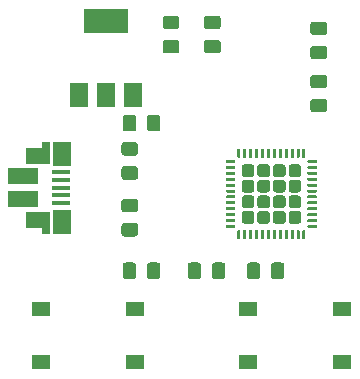
<source format=gbr>
G04 #@! TF.GenerationSoftware,KiCad,Pcbnew,(5.1.5)-3*
G04 #@! TF.CreationDate,2020-02-17T19:47:56+00:00*
G04 #@! TF.ProjectId,Pico-Telemetry,5069636f-2d54-4656-9c65-6d657472792e,rev?*
G04 #@! TF.SameCoordinates,Original*
G04 #@! TF.FileFunction,Paste,Top*
G04 #@! TF.FilePolarity,Positive*
%FSLAX46Y46*%
G04 Gerber Fmt 4.6, Leading zero omitted, Abs format (unit mm)*
G04 Created by KiCad (PCBNEW (5.1.5)-3) date 2020-02-17 19:47:56*
%MOMM*%
%LPD*%
G04 APERTURE LIST*
%ADD10R,3.800000X2.000000*%
%ADD11R,1.500000X2.000000*%
%ADD12C,0.100000*%
%ADD13R,2.000000X1.350000*%
%ADD14R,0.700000X1.825000*%
%ADD15R,1.650000X0.400000*%
%ADD16R,2.500000X1.430000*%
%ADD17R,1.550000X1.300000*%
G04 APERTURE END LIST*
D10*
X172500000Y-80350000D03*
D11*
X172500000Y-86650000D03*
X174800000Y-86650000D03*
X170200000Y-86650000D03*
D12*
G36*
X184829504Y-92486204D02*
G01*
X184853773Y-92489804D01*
X184877571Y-92495765D01*
X184900671Y-92504030D01*
X184922849Y-92514520D01*
X184943893Y-92527133D01*
X184963598Y-92541747D01*
X184981777Y-92558223D01*
X184998253Y-92576402D01*
X185012867Y-92596107D01*
X185025480Y-92617151D01*
X185035970Y-92639329D01*
X185044235Y-92662429D01*
X185050196Y-92686227D01*
X185053796Y-92710496D01*
X185055000Y-92735000D01*
X185055000Y-93305000D01*
X185053796Y-93329504D01*
X185050196Y-93353773D01*
X185044235Y-93377571D01*
X185035970Y-93400671D01*
X185025480Y-93422849D01*
X185012867Y-93443893D01*
X184998253Y-93463598D01*
X184981777Y-93481777D01*
X184963598Y-93498253D01*
X184943893Y-93512867D01*
X184922849Y-93525480D01*
X184900671Y-93535970D01*
X184877571Y-93544235D01*
X184853773Y-93550196D01*
X184829504Y-93553796D01*
X184805000Y-93555000D01*
X184235000Y-93555000D01*
X184210496Y-93553796D01*
X184186227Y-93550196D01*
X184162429Y-93544235D01*
X184139329Y-93535970D01*
X184117151Y-93525480D01*
X184096107Y-93512867D01*
X184076402Y-93498253D01*
X184058223Y-93481777D01*
X184041747Y-93463598D01*
X184027133Y-93443893D01*
X184014520Y-93422849D01*
X184004030Y-93400671D01*
X183995765Y-93377571D01*
X183989804Y-93353773D01*
X183986204Y-93329504D01*
X183985000Y-93305000D01*
X183985000Y-92735000D01*
X183986204Y-92710496D01*
X183989804Y-92686227D01*
X183995765Y-92662429D01*
X184004030Y-92639329D01*
X184014520Y-92617151D01*
X184027133Y-92596107D01*
X184041747Y-92576402D01*
X184058223Y-92558223D01*
X184076402Y-92541747D01*
X184096107Y-92527133D01*
X184117151Y-92514520D01*
X184139329Y-92504030D01*
X184162429Y-92495765D01*
X184186227Y-92489804D01*
X184210496Y-92486204D01*
X184235000Y-92485000D01*
X184805000Y-92485000D01*
X184829504Y-92486204D01*
G37*
G36*
X184829504Y-93806204D02*
G01*
X184853773Y-93809804D01*
X184877571Y-93815765D01*
X184900671Y-93824030D01*
X184922849Y-93834520D01*
X184943893Y-93847133D01*
X184963598Y-93861747D01*
X184981777Y-93878223D01*
X184998253Y-93896402D01*
X185012867Y-93916107D01*
X185025480Y-93937151D01*
X185035970Y-93959329D01*
X185044235Y-93982429D01*
X185050196Y-94006227D01*
X185053796Y-94030496D01*
X185055000Y-94055000D01*
X185055000Y-94625000D01*
X185053796Y-94649504D01*
X185050196Y-94673773D01*
X185044235Y-94697571D01*
X185035970Y-94720671D01*
X185025480Y-94742849D01*
X185012867Y-94763893D01*
X184998253Y-94783598D01*
X184981777Y-94801777D01*
X184963598Y-94818253D01*
X184943893Y-94832867D01*
X184922849Y-94845480D01*
X184900671Y-94855970D01*
X184877571Y-94864235D01*
X184853773Y-94870196D01*
X184829504Y-94873796D01*
X184805000Y-94875000D01*
X184235000Y-94875000D01*
X184210496Y-94873796D01*
X184186227Y-94870196D01*
X184162429Y-94864235D01*
X184139329Y-94855970D01*
X184117151Y-94845480D01*
X184096107Y-94832867D01*
X184076402Y-94818253D01*
X184058223Y-94801777D01*
X184041747Y-94783598D01*
X184027133Y-94763893D01*
X184014520Y-94742849D01*
X184004030Y-94720671D01*
X183995765Y-94697571D01*
X183989804Y-94673773D01*
X183986204Y-94649504D01*
X183985000Y-94625000D01*
X183985000Y-94055000D01*
X183986204Y-94030496D01*
X183989804Y-94006227D01*
X183995765Y-93982429D01*
X184004030Y-93959329D01*
X184014520Y-93937151D01*
X184027133Y-93916107D01*
X184041747Y-93896402D01*
X184058223Y-93878223D01*
X184076402Y-93861747D01*
X184096107Y-93847133D01*
X184117151Y-93834520D01*
X184139329Y-93824030D01*
X184162429Y-93815765D01*
X184186227Y-93809804D01*
X184210496Y-93806204D01*
X184235000Y-93805000D01*
X184805000Y-93805000D01*
X184829504Y-93806204D01*
G37*
G36*
X184829504Y-95126204D02*
G01*
X184853773Y-95129804D01*
X184877571Y-95135765D01*
X184900671Y-95144030D01*
X184922849Y-95154520D01*
X184943893Y-95167133D01*
X184963598Y-95181747D01*
X184981777Y-95198223D01*
X184998253Y-95216402D01*
X185012867Y-95236107D01*
X185025480Y-95257151D01*
X185035970Y-95279329D01*
X185044235Y-95302429D01*
X185050196Y-95326227D01*
X185053796Y-95350496D01*
X185055000Y-95375000D01*
X185055000Y-95945000D01*
X185053796Y-95969504D01*
X185050196Y-95993773D01*
X185044235Y-96017571D01*
X185035970Y-96040671D01*
X185025480Y-96062849D01*
X185012867Y-96083893D01*
X184998253Y-96103598D01*
X184981777Y-96121777D01*
X184963598Y-96138253D01*
X184943893Y-96152867D01*
X184922849Y-96165480D01*
X184900671Y-96175970D01*
X184877571Y-96184235D01*
X184853773Y-96190196D01*
X184829504Y-96193796D01*
X184805000Y-96195000D01*
X184235000Y-96195000D01*
X184210496Y-96193796D01*
X184186227Y-96190196D01*
X184162429Y-96184235D01*
X184139329Y-96175970D01*
X184117151Y-96165480D01*
X184096107Y-96152867D01*
X184076402Y-96138253D01*
X184058223Y-96121777D01*
X184041747Y-96103598D01*
X184027133Y-96083893D01*
X184014520Y-96062849D01*
X184004030Y-96040671D01*
X183995765Y-96017571D01*
X183989804Y-95993773D01*
X183986204Y-95969504D01*
X183985000Y-95945000D01*
X183985000Y-95375000D01*
X183986204Y-95350496D01*
X183989804Y-95326227D01*
X183995765Y-95302429D01*
X184004030Y-95279329D01*
X184014520Y-95257151D01*
X184027133Y-95236107D01*
X184041747Y-95216402D01*
X184058223Y-95198223D01*
X184076402Y-95181747D01*
X184096107Y-95167133D01*
X184117151Y-95154520D01*
X184139329Y-95144030D01*
X184162429Y-95135765D01*
X184186227Y-95129804D01*
X184210496Y-95126204D01*
X184235000Y-95125000D01*
X184805000Y-95125000D01*
X184829504Y-95126204D01*
G37*
G36*
X184829504Y-96446204D02*
G01*
X184853773Y-96449804D01*
X184877571Y-96455765D01*
X184900671Y-96464030D01*
X184922849Y-96474520D01*
X184943893Y-96487133D01*
X184963598Y-96501747D01*
X184981777Y-96518223D01*
X184998253Y-96536402D01*
X185012867Y-96556107D01*
X185025480Y-96577151D01*
X185035970Y-96599329D01*
X185044235Y-96622429D01*
X185050196Y-96646227D01*
X185053796Y-96670496D01*
X185055000Y-96695000D01*
X185055000Y-97265000D01*
X185053796Y-97289504D01*
X185050196Y-97313773D01*
X185044235Y-97337571D01*
X185035970Y-97360671D01*
X185025480Y-97382849D01*
X185012867Y-97403893D01*
X184998253Y-97423598D01*
X184981777Y-97441777D01*
X184963598Y-97458253D01*
X184943893Y-97472867D01*
X184922849Y-97485480D01*
X184900671Y-97495970D01*
X184877571Y-97504235D01*
X184853773Y-97510196D01*
X184829504Y-97513796D01*
X184805000Y-97515000D01*
X184235000Y-97515000D01*
X184210496Y-97513796D01*
X184186227Y-97510196D01*
X184162429Y-97504235D01*
X184139329Y-97495970D01*
X184117151Y-97485480D01*
X184096107Y-97472867D01*
X184076402Y-97458253D01*
X184058223Y-97441777D01*
X184041747Y-97423598D01*
X184027133Y-97403893D01*
X184014520Y-97382849D01*
X184004030Y-97360671D01*
X183995765Y-97337571D01*
X183989804Y-97313773D01*
X183986204Y-97289504D01*
X183985000Y-97265000D01*
X183985000Y-96695000D01*
X183986204Y-96670496D01*
X183989804Y-96646227D01*
X183995765Y-96622429D01*
X184004030Y-96599329D01*
X184014520Y-96577151D01*
X184027133Y-96556107D01*
X184041747Y-96536402D01*
X184058223Y-96518223D01*
X184076402Y-96501747D01*
X184096107Y-96487133D01*
X184117151Y-96474520D01*
X184139329Y-96464030D01*
X184162429Y-96455765D01*
X184186227Y-96449804D01*
X184210496Y-96446204D01*
X184235000Y-96445000D01*
X184805000Y-96445000D01*
X184829504Y-96446204D01*
G37*
G36*
X186149504Y-92486204D02*
G01*
X186173773Y-92489804D01*
X186197571Y-92495765D01*
X186220671Y-92504030D01*
X186242849Y-92514520D01*
X186263893Y-92527133D01*
X186283598Y-92541747D01*
X186301777Y-92558223D01*
X186318253Y-92576402D01*
X186332867Y-92596107D01*
X186345480Y-92617151D01*
X186355970Y-92639329D01*
X186364235Y-92662429D01*
X186370196Y-92686227D01*
X186373796Y-92710496D01*
X186375000Y-92735000D01*
X186375000Y-93305000D01*
X186373796Y-93329504D01*
X186370196Y-93353773D01*
X186364235Y-93377571D01*
X186355970Y-93400671D01*
X186345480Y-93422849D01*
X186332867Y-93443893D01*
X186318253Y-93463598D01*
X186301777Y-93481777D01*
X186283598Y-93498253D01*
X186263893Y-93512867D01*
X186242849Y-93525480D01*
X186220671Y-93535970D01*
X186197571Y-93544235D01*
X186173773Y-93550196D01*
X186149504Y-93553796D01*
X186125000Y-93555000D01*
X185555000Y-93555000D01*
X185530496Y-93553796D01*
X185506227Y-93550196D01*
X185482429Y-93544235D01*
X185459329Y-93535970D01*
X185437151Y-93525480D01*
X185416107Y-93512867D01*
X185396402Y-93498253D01*
X185378223Y-93481777D01*
X185361747Y-93463598D01*
X185347133Y-93443893D01*
X185334520Y-93422849D01*
X185324030Y-93400671D01*
X185315765Y-93377571D01*
X185309804Y-93353773D01*
X185306204Y-93329504D01*
X185305000Y-93305000D01*
X185305000Y-92735000D01*
X185306204Y-92710496D01*
X185309804Y-92686227D01*
X185315765Y-92662429D01*
X185324030Y-92639329D01*
X185334520Y-92617151D01*
X185347133Y-92596107D01*
X185361747Y-92576402D01*
X185378223Y-92558223D01*
X185396402Y-92541747D01*
X185416107Y-92527133D01*
X185437151Y-92514520D01*
X185459329Y-92504030D01*
X185482429Y-92495765D01*
X185506227Y-92489804D01*
X185530496Y-92486204D01*
X185555000Y-92485000D01*
X186125000Y-92485000D01*
X186149504Y-92486204D01*
G37*
G36*
X186149504Y-93806204D02*
G01*
X186173773Y-93809804D01*
X186197571Y-93815765D01*
X186220671Y-93824030D01*
X186242849Y-93834520D01*
X186263893Y-93847133D01*
X186283598Y-93861747D01*
X186301777Y-93878223D01*
X186318253Y-93896402D01*
X186332867Y-93916107D01*
X186345480Y-93937151D01*
X186355970Y-93959329D01*
X186364235Y-93982429D01*
X186370196Y-94006227D01*
X186373796Y-94030496D01*
X186375000Y-94055000D01*
X186375000Y-94625000D01*
X186373796Y-94649504D01*
X186370196Y-94673773D01*
X186364235Y-94697571D01*
X186355970Y-94720671D01*
X186345480Y-94742849D01*
X186332867Y-94763893D01*
X186318253Y-94783598D01*
X186301777Y-94801777D01*
X186283598Y-94818253D01*
X186263893Y-94832867D01*
X186242849Y-94845480D01*
X186220671Y-94855970D01*
X186197571Y-94864235D01*
X186173773Y-94870196D01*
X186149504Y-94873796D01*
X186125000Y-94875000D01*
X185555000Y-94875000D01*
X185530496Y-94873796D01*
X185506227Y-94870196D01*
X185482429Y-94864235D01*
X185459329Y-94855970D01*
X185437151Y-94845480D01*
X185416107Y-94832867D01*
X185396402Y-94818253D01*
X185378223Y-94801777D01*
X185361747Y-94783598D01*
X185347133Y-94763893D01*
X185334520Y-94742849D01*
X185324030Y-94720671D01*
X185315765Y-94697571D01*
X185309804Y-94673773D01*
X185306204Y-94649504D01*
X185305000Y-94625000D01*
X185305000Y-94055000D01*
X185306204Y-94030496D01*
X185309804Y-94006227D01*
X185315765Y-93982429D01*
X185324030Y-93959329D01*
X185334520Y-93937151D01*
X185347133Y-93916107D01*
X185361747Y-93896402D01*
X185378223Y-93878223D01*
X185396402Y-93861747D01*
X185416107Y-93847133D01*
X185437151Y-93834520D01*
X185459329Y-93824030D01*
X185482429Y-93815765D01*
X185506227Y-93809804D01*
X185530496Y-93806204D01*
X185555000Y-93805000D01*
X186125000Y-93805000D01*
X186149504Y-93806204D01*
G37*
G36*
X186149504Y-95126204D02*
G01*
X186173773Y-95129804D01*
X186197571Y-95135765D01*
X186220671Y-95144030D01*
X186242849Y-95154520D01*
X186263893Y-95167133D01*
X186283598Y-95181747D01*
X186301777Y-95198223D01*
X186318253Y-95216402D01*
X186332867Y-95236107D01*
X186345480Y-95257151D01*
X186355970Y-95279329D01*
X186364235Y-95302429D01*
X186370196Y-95326227D01*
X186373796Y-95350496D01*
X186375000Y-95375000D01*
X186375000Y-95945000D01*
X186373796Y-95969504D01*
X186370196Y-95993773D01*
X186364235Y-96017571D01*
X186355970Y-96040671D01*
X186345480Y-96062849D01*
X186332867Y-96083893D01*
X186318253Y-96103598D01*
X186301777Y-96121777D01*
X186283598Y-96138253D01*
X186263893Y-96152867D01*
X186242849Y-96165480D01*
X186220671Y-96175970D01*
X186197571Y-96184235D01*
X186173773Y-96190196D01*
X186149504Y-96193796D01*
X186125000Y-96195000D01*
X185555000Y-96195000D01*
X185530496Y-96193796D01*
X185506227Y-96190196D01*
X185482429Y-96184235D01*
X185459329Y-96175970D01*
X185437151Y-96165480D01*
X185416107Y-96152867D01*
X185396402Y-96138253D01*
X185378223Y-96121777D01*
X185361747Y-96103598D01*
X185347133Y-96083893D01*
X185334520Y-96062849D01*
X185324030Y-96040671D01*
X185315765Y-96017571D01*
X185309804Y-95993773D01*
X185306204Y-95969504D01*
X185305000Y-95945000D01*
X185305000Y-95375000D01*
X185306204Y-95350496D01*
X185309804Y-95326227D01*
X185315765Y-95302429D01*
X185324030Y-95279329D01*
X185334520Y-95257151D01*
X185347133Y-95236107D01*
X185361747Y-95216402D01*
X185378223Y-95198223D01*
X185396402Y-95181747D01*
X185416107Y-95167133D01*
X185437151Y-95154520D01*
X185459329Y-95144030D01*
X185482429Y-95135765D01*
X185506227Y-95129804D01*
X185530496Y-95126204D01*
X185555000Y-95125000D01*
X186125000Y-95125000D01*
X186149504Y-95126204D01*
G37*
G36*
X186149504Y-96446204D02*
G01*
X186173773Y-96449804D01*
X186197571Y-96455765D01*
X186220671Y-96464030D01*
X186242849Y-96474520D01*
X186263893Y-96487133D01*
X186283598Y-96501747D01*
X186301777Y-96518223D01*
X186318253Y-96536402D01*
X186332867Y-96556107D01*
X186345480Y-96577151D01*
X186355970Y-96599329D01*
X186364235Y-96622429D01*
X186370196Y-96646227D01*
X186373796Y-96670496D01*
X186375000Y-96695000D01*
X186375000Y-97265000D01*
X186373796Y-97289504D01*
X186370196Y-97313773D01*
X186364235Y-97337571D01*
X186355970Y-97360671D01*
X186345480Y-97382849D01*
X186332867Y-97403893D01*
X186318253Y-97423598D01*
X186301777Y-97441777D01*
X186283598Y-97458253D01*
X186263893Y-97472867D01*
X186242849Y-97485480D01*
X186220671Y-97495970D01*
X186197571Y-97504235D01*
X186173773Y-97510196D01*
X186149504Y-97513796D01*
X186125000Y-97515000D01*
X185555000Y-97515000D01*
X185530496Y-97513796D01*
X185506227Y-97510196D01*
X185482429Y-97504235D01*
X185459329Y-97495970D01*
X185437151Y-97485480D01*
X185416107Y-97472867D01*
X185396402Y-97458253D01*
X185378223Y-97441777D01*
X185361747Y-97423598D01*
X185347133Y-97403893D01*
X185334520Y-97382849D01*
X185324030Y-97360671D01*
X185315765Y-97337571D01*
X185309804Y-97313773D01*
X185306204Y-97289504D01*
X185305000Y-97265000D01*
X185305000Y-96695000D01*
X185306204Y-96670496D01*
X185309804Y-96646227D01*
X185315765Y-96622429D01*
X185324030Y-96599329D01*
X185334520Y-96577151D01*
X185347133Y-96556107D01*
X185361747Y-96536402D01*
X185378223Y-96518223D01*
X185396402Y-96501747D01*
X185416107Y-96487133D01*
X185437151Y-96474520D01*
X185459329Y-96464030D01*
X185482429Y-96455765D01*
X185506227Y-96449804D01*
X185530496Y-96446204D01*
X185555000Y-96445000D01*
X186125000Y-96445000D01*
X186149504Y-96446204D01*
G37*
G36*
X187469504Y-92486204D02*
G01*
X187493773Y-92489804D01*
X187517571Y-92495765D01*
X187540671Y-92504030D01*
X187562849Y-92514520D01*
X187583893Y-92527133D01*
X187603598Y-92541747D01*
X187621777Y-92558223D01*
X187638253Y-92576402D01*
X187652867Y-92596107D01*
X187665480Y-92617151D01*
X187675970Y-92639329D01*
X187684235Y-92662429D01*
X187690196Y-92686227D01*
X187693796Y-92710496D01*
X187695000Y-92735000D01*
X187695000Y-93305000D01*
X187693796Y-93329504D01*
X187690196Y-93353773D01*
X187684235Y-93377571D01*
X187675970Y-93400671D01*
X187665480Y-93422849D01*
X187652867Y-93443893D01*
X187638253Y-93463598D01*
X187621777Y-93481777D01*
X187603598Y-93498253D01*
X187583893Y-93512867D01*
X187562849Y-93525480D01*
X187540671Y-93535970D01*
X187517571Y-93544235D01*
X187493773Y-93550196D01*
X187469504Y-93553796D01*
X187445000Y-93555000D01*
X186875000Y-93555000D01*
X186850496Y-93553796D01*
X186826227Y-93550196D01*
X186802429Y-93544235D01*
X186779329Y-93535970D01*
X186757151Y-93525480D01*
X186736107Y-93512867D01*
X186716402Y-93498253D01*
X186698223Y-93481777D01*
X186681747Y-93463598D01*
X186667133Y-93443893D01*
X186654520Y-93422849D01*
X186644030Y-93400671D01*
X186635765Y-93377571D01*
X186629804Y-93353773D01*
X186626204Y-93329504D01*
X186625000Y-93305000D01*
X186625000Y-92735000D01*
X186626204Y-92710496D01*
X186629804Y-92686227D01*
X186635765Y-92662429D01*
X186644030Y-92639329D01*
X186654520Y-92617151D01*
X186667133Y-92596107D01*
X186681747Y-92576402D01*
X186698223Y-92558223D01*
X186716402Y-92541747D01*
X186736107Y-92527133D01*
X186757151Y-92514520D01*
X186779329Y-92504030D01*
X186802429Y-92495765D01*
X186826227Y-92489804D01*
X186850496Y-92486204D01*
X186875000Y-92485000D01*
X187445000Y-92485000D01*
X187469504Y-92486204D01*
G37*
G36*
X187469504Y-93806204D02*
G01*
X187493773Y-93809804D01*
X187517571Y-93815765D01*
X187540671Y-93824030D01*
X187562849Y-93834520D01*
X187583893Y-93847133D01*
X187603598Y-93861747D01*
X187621777Y-93878223D01*
X187638253Y-93896402D01*
X187652867Y-93916107D01*
X187665480Y-93937151D01*
X187675970Y-93959329D01*
X187684235Y-93982429D01*
X187690196Y-94006227D01*
X187693796Y-94030496D01*
X187695000Y-94055000D01*
X187695000Y-94625000D01*
X187693796Y-94649504D01*
X187690196Y-94673773D01*
X187684235Y-94697571D01*
X187675970Y-94720671D01*
X187665480Y-94742849D01*
X187652867Y-94763893D01*
X187638253Y-94783598D01*
X187621777Y-94801777D01*
X187603598Y-94818253D01*
X187583893Y-94832867D01*
X187562849Y-94845480D01*
X187540671Y-94855970D01*
X187517571Y-94864235D01*
X187493773Y-94870196D01*
X187469504Y-94873796D01*
X187445000Y-94875000D01*
X186875000Y-94875000D01*
X186850496Y-94873796D01*
X186826227Y-94870196D01*
X186802429Y-94864235D01*
X186779329Y-94855970D01*
X186757151Y-94845480D01*
X186736107Y-94832867D01*
X186716402Y-94818253D01*
X186698223Y-94801777D01*
X186681747Y-94783598D01*
X186667133Y-94763893D01*
X186654520Y-94742849D01*
X186644030Y-94720671D01*
X186635765Y-94697571D01*
X186629804Y-94673773D01*
X186626204Y-94649504D01*
X186625000Y-94625000D01*
X186625000Y-94055000D01*
X186626204Y-94030496D01*
X186629804Y-94006227D01*
X186635765Y-93982429D01*
X186644030Y-93959329D01*
X186654520Y-93937151D01*
X186667133Y-93916107D01*
X186681747Y-93896402D01*
X186698223Y-93878223D01*
X186716402Y-93861747D01*
X186736107Y-93847133D01*
X186757151Y-93834520D01*
X186779329Y-93824030D01*
X186802429Y-93815765D01*
X186826227Y-93809804D01*
X186850496Y-93806204D01*
X186875000Y-93805000D01*
X187445000Y-93805000D01*
X187469504Y-93806204D01*
G37*
G36*
X187469504Y-95126204D02*
G01*
X187493773Y-95129804D01*
X187517571Y-95135765D01*
X187540671Y-95144030D01*
X187562849Y-95154520D01*
X187583893Y-95167133D01*
X187603598Y-95181747D01*
X187621777Y-95198223D01*
X187638253Y-95216402D01*
X187652867Y-95236107D01*
X187665480Y-95257151D01*
X187675970Y-95279329D01*
X187684235Y-95302429D01*
X187690196Y-95326227D01*
X187693796Y-95350496D01*
X187695000Y-95375000D01*
X187695000Y-95945000D01*
X187693796Y-95969504D01*
X187690196Y-95993773D01*
X187684235Y-96017571D01*
X187675970Y-96040671D01*
X187665480Y-96062849D01*
X187652867Y-96083893D01*
X187638253Y-96103598D01*
X187621777Y-96121777D01*
X187603598Y-96138253D01*
X187583893Y-96152867D01*
X187562849Y-96165480D01*
X187540671Y-96175970D01*
X187517571Y-96184235D01*
X187493773Y-96190196D01*
X187469504Y-96193796D01*
X187445000Y-96195000D01*
X186875000Y-96195000D01*
X186850496Y-96193796D01*
X186826227Y-96190196D01*
X186802429Y-96184235D01*
X186779329Y-96175970D01*
X186757151Y-96165480D01*
X186736107Y-96152867D01*
X186716402Y-96138253D01*
X186698223Y-96121777D01*
X186681747Y-96103598D01*
X186667133Y-96083893D01*
X186654520Y-96062849D01*
X186644030Y-96040671D01*
X186635765Y-96017571D01*
X186629804Y-95993773D01*
X186626204Y-95969504D01*
X186625000Y-95945000D01*
X186625000Y-95375000D01*
X186626204Y-95350496D01*
X186629804Y-95326227D01*
X186635765Y-95302429D01*
X186644030Y-95279329D01*
X186654520Y-95257151D01*
X186667133Y-95236107D01*
X186681747Y-95216402D01*
X186698223Y-95198223D01*
X186716402Y-95181747D01*
X186736107Y-95167133D01*
X186757151Y-95154520D01*
X186779329Y-95144030D01*
X186802429Y-95135765D01*
X186826227Y-95129804D01*
X186850496Y-95126204D01*
X186875000Y-95125000D01*
X187445000Y-95125000D01*
X187469504Y-95126204D01*
G37*
G36*
X187469504Y-96446204D02*
G01*
X187493773Y-96449804D01*
X187517571Y-96455765D01*
X187540671Y-96464030D01*
X187562849Y-96474520D01*
X187583893Y-96487133D01*
X187603598Y-96501747D01*
X187621777Y-96518223D01*
X187638253Y-96536402D01*
X187652867Y-96556107D01*
X187665480Y-96577151D01*
X187675970Y-96599329D01*
X187684235Y-96622429D01*
X187690196Y-96646227D01*
X187693796Y-96670496D01*
X187695000Y-96695000D01*
X187695000Y-97265000D01*
X187693796Y-97289504D01*
X187690196Y-97313773D01*
X187684235Y-97337571D01*
X187675970Y-97360671D01*
X187665480Y-97382849D01*
X187652867Y-97403893D01*
X187638253Y-97423598D01*
X187621777Y-97441777D01*
X187603598Y-97458253D01*
X187583893Y-97472867D01*
X187562849Y-97485480D01*
X187540671Y-97495970D01*
X187517571Y-97504235D01*
X187493773Y-97510196D01*
X187469504Y-97513796D01*
X187445000Y-97515000D01*
X186875000Y-97515000D01*
X186850496Y-97513796D01*
X186826227Y-97510196D01*
X186802429Y-97504235D01*
X186779329Y-97495970D01*
X186757151Y-97485480D01*
X186736107Y-97472867D01*
X186716402Y-97458253D01*
X186698223Y-97441777D01*
X186681747Y-97423598D01*
X186667133Y-97403893D01*
X186654520Y-97382849D01*
X186644030Y-97360671D01*
X186635765Y-97337571D01*
X186629804Y-97313773D01*
X186626204Y-97289504D01*
X186625000Y-97265000D01*
X186625000Y-96695000D01*
X186626204Y-96670496D01*
X186629804Y-96646227D01*
X186635765Y-96622429D01*
X186644030Y-96599329D01*
X186654520Y-96577151D01*
X186667133Y-96556107D01*
X186681747Y-96536402D01*
X186698223Y-96518223D01*
X186716402Y-96501747D01*
X186736107Y-96487133D01*
X186757151Y-96474520D01*
X186779329Y-96464030D01*
X186802429Y-96455765D01*
X186826227Y-96449804D01*
X186850496Y-96446204D01*
X186875000Y-96445000D01*
X187445000Y-96445000D01*
X187469504Y-96446204D01*
G37*
G36*
X188789504Y-92486204D02*
G01*
X188813773Y-92489804D01*
X188837571Y-92495765D01*
X188860671Y-92504030D01*
X188882849Y-92514520D01*
X188903893Y-92527133D01*
X188923598Y-92541747D01*
X188941777Y-92558223D01*
X188958253Y-92576402D01*
X188972867Y-92596107D01*
X188985480Y-92617151D01*
X188995970Y-92639329D01*
X189004235Y-92662429D01*
X189010196Y-92686227D01*
X189013796Y-92710496D01*
X189015000Y-92735000D01*
X189015000Y-93305000D01*
X189013796Y-93329504D01*
X189010196Y-93353773D01*
X189004235Y-93377571D01*
X188995970Y-93400671D01*
X188985480Y-93422849D01*
X188972867Y-93443893D01*
X188958253Y-93463598D01*
X188941777Y-93481777D01*
X188923598Y-93498253D01*
X188903893Y-93512867D01*
X188882849Y-93525480D01*
X188860671Y-93535970D01*
X188837571Y-93544235D01*
X188813773Y-93550196D01*
X188789504Y-93553796D01*
X188765000Y-93555000D01*
X188195000Y-93555000D01*
X188170496Y-93553796D01*
X188146227Y-93550196D01*
X188122429Y-93544235D01*
X188099329Y-93535970D01*
X188077151Y-93525480D01*
X188056107Y-93512867D01*
X188036402Y-93498253D01*
X188018223Y-93481777D01*
X188001747Y-93463598D01*
X187987133Y-93443893D01*
X187974520Y-93422849D01*
X187964030Y-93400671D01*
X187955765Y-93377571D01*
X187949804Y-93353773D01*
X187946204Y-93329504D01*
X187945000Y-93305000D01*
X187945000Y-92735000D01*
X187946204Y-92710496D01*
X187949804Y-92686227D01*
X187955765Y-92662429D01*
X187964030Y-92639329D01*
X187974520Y-92617151D01*
X187987133Y-92596107D01*
X188001747Y-92576402D01*
X188018223Y-92558223D01*
X188036402Y-92541747D01*
X188056107Y-92527133D01*
X188077151Y-92514520D01*
X188099329Y-92504030D01*
X188122429Y-92495765D01*
X188146227Y-92489804D01*
X188170496Y-92486204D01*
X188195000Y-92485000D01*
X188765000Y-92485000D01*
X188789504Y-92486204D01*
G37*
G36*
X188789504Y-93806204D02*
G01*
X188813773Y-93809804D01*
X188837571Y-93815765D01*
X188860671Y-93824030D01*
X188882849Y-93834520D01*
X188903893Y-93847133D01*
X188923598Y-93861747D01*
X188941777Y-93878223D01*
X188958253Y-93896402D01*
X188972867Y-93916107D01*
X188985480Y-93937151D01*
X188995970Y-93959329D01*
X189004235Y-93982429D01*
X189010196Y-94006227D01*
X189013796Y-94030496D01*
X189015000Y-94055000D01*
X189015000Y-94625000D01*
X189013796Y-94649504D01*
X189010196Y-94673773D01*
X189004235Y-94697571D01*
X188995970Y-94720671D01*
X188985480Y-94742849D01*
X188972867Y-94763893D01*
X188958253Y-94783598D01*
X188941777Y-94801777D01*
X188923598Y-94818253D01*
X188903893Y-94832867D01*
X188882849Y-94845480D01*
X188860671Y-94855970D01*
X188837571Y-94864235D01*
X188813773Y-94870196D01*
X188789504Y-94873796D01*
X188765000Y-94875000D01*
X188195000Y-94875000D01*
X188170496Y-94873796D01*
X188146227Y-94870196D01*
X188122429Y-94864235D01*
X188099329Y-94855970D01*
X188077151Y-94845480D01*
X188056107Y-94832867D01*
X188036402Y-94818253D01*
X188018223Y-94801777D01*
X188001747Y-94783598D01*
X187987133Y-94763893D01*
X187974520Y-94742849D01*
X187964030Y-94720671D01*
X187955765Y-94697571D01*
X187949804Y-94673773D01*
X187946204Y-94649504D01*
X187945000Y-94625000D01*
X187945000Y-94055000D01*
X187946204Y-94030496D01*
X187949804Y-94006227D01*
X187955765Y-93982429D01*
X187964030Y-93959329D01*
X187974520Y-93937151D01*
X187987133Y-93916107D01*
X188001747Y-93896402D01*
X188018223Y-93878223D01*
X188036402Y-93861747D01*
X188056107Y-93847133D01*
X188077151Y-93834520D01*
X188099329Y-93824030D01*
X188122429Y-93815765D01*
X188146227Y-93809804D01*
X188170496Y-93806204D01*
X188195000Y-93805000D01*
X188765000Y-93805000D01*
X188789504Y-93806204D01*
G37*
G36*
X188789504Y-95126204D02*
G01*
X188813773Y-95129804D01*
X188837571Y-95135765D01*
X188860671Y-95144030D01*
X188882849Y-95154520D01*
X188903893Y-95167133D01*
X188923598Y-95181747D01*
X188941777Y-95198223D01*
X188958253Y-95216402D01*
X188972867Y-95236107D01*
X188985480Y-95257151D01*
X188995970Y-95279329D01*
X189004235Y-95302429D01*
X189010196Y-95326227D01*
X189013796Y-95350496D01*
X189015000Y-95375000D01*
X189015000Y-95945000D01*
X189013796Y-95969504D01*
X189010196Y-95993773D01*
X189004235Y-96017571D01*
X188995970Y-96040671D01*
X188985480Y-96062849D01*
X188972867Y-96083893D01*
X188958253Y-96103598D01*
X188941777Y-96121777D01*
X188923598Y-96138253D01*
X188903893Y-96152867D01*
X188882849Y-96165480D01*
X188860671Y-96175970D01*
X188837571Y-96184235D01*
X188813773Y-96190196D01*
X188789504Y-96193796D01*
X188765000Y-96195000D01*
X188195000Y-96195000D01*
X188170496Y-96193796D01*
X188146227Y-96190196D01*
X188122429Y-96184235D01*
X188099329Y-96175970D01*
X188077151Y-96165480D01*
X188056107Y-96152867D01*
X188036402Y-96138253D01*
X188018223Y-96121777D01*
X188001747Y-96103598D01*
X187987133Y-96083893D01*
X187974520Y-96062849D01*
X187964030Y-96040671D01*
X187955765Y-96017571D01*
X187949804Y-95993773D01*
X187946204Y-95969504D01*
X187945000Y-95945000D01*
X187945000Y-95375000D01*
X187946204Y-95350496D01*
X187949804Y-95326227D01*
X187955765Y-95302429D01*
X187964030Y-95279329D01*
X187974520Y-95257151D01*
X187987133Y-95236107D01*
X188001747Y-95216402D01*
X188018223Y-95198223D01*
X188036402Y-95181747D01*
X188056107Y-95167133D01*
X188077151Y-95154520D01*
X188099329Y-95144030D01*
X188122429Y-95135765D01*
X188146227Y-95129804D01*
X188170496Y-95126204D01*
X188195000Y-95125000D01*
X188765000Y-95125000D01*
X188789504Y-95126204D01*
G37*
G36*
X188789504Y-96446204D02*
G01*
X188813773Y-96449804D01*
X188837571Y-96455765D01*
X188860671Y-96464030D01*
X188882849Y-96474520D01*
X188903893Y-96487133D01*
X188923598Y-96501747D01*
X188941777Y-96518223D01*
X188958253Y-96536402D01*
X188972867Y-96556107D01*
X188985480Y-96577151D01*
X188995970Y-96599329D01*
X189004235Y-96622429D01*
X189010196Y-96646227D01*
X189013796Y-96670496D01*
X189015000Y-96695000D01*
X189015000Y-97265000D01*
X189013796Y-97289504D01*
X189010196Y-97313773D01*
X189004235Y-97337571D01*
X188995970Y-97360671D01*
X188985480Y-97382849D01*
X188972867Y-97403893D01*
X188958253Y-97423598D01*
X188941777Y-97441777D01*
X188923598Y-97458253D01*
X188903893Y-97472867D01*
X188882849Y-97485480D01*
X188860671Y-97495970D01*
X188837571Y-97504235D01*
X188813773Y-97510196D01*
X188789504Y-97513796D01*
X188765000Y-97515000D01*
X188195000Y-97515000D01*
X188170496Y-97513796D01*
X188146227Y-97510196D01*
X188122429Y-97504235D01*
X188099329Y-97495970D01*
X188077151Y-97485480D01*
X188056107Y-97472867D01*
X188036402Y-97458253D01*
X188018223Y-97441777D01*
X188001747Y-97423598D01*
X187987133Y-97403893D01*
X187974520Y-97382849D01*
X187964030Y-97360671D01*
X187955765Y-97337571D01*
X187949804Y-97313773D01*
X187946204Y-97289504D01*
X187945000Y-97265000D01*
X187945000Y-96695000D01*
X187946204Y-96670496D01*
X187949804Y-96646227D01*
X187955765Y-96622429D01*
X187964030Y-96599329D01*
X187974520Y-96577151D01*
X187987133Y-96556107D01*
X188001747Y-96536402D01*
X188018223Y-96518223D01*
X188036402Y-96501747D01*
X188056107Y-96487133D01*
X188077151Y-96474520D01*
X188099329Y-96464030D01*
X188122429Y-96455765D01*
X188146227Y-96449804D01*
X188170496Y-96446204D01*
X188195000Y-96445000D01*
X188765000Y-96445000D01*
X188789504Y-96446204D01*
G37*
G36*
X183393626Y-92125301D02*
G01*
X183399693Y-92126201D01*
X183405643Y-92127691D01*
X183411418Y-92129758D01*
X183416962Y-92132380D01*
X183422223Y-92135533D01*
X183427150Y-92139187D01*
X183431694Y-92143306D01*
X183435813Y-92147850D01*
X183439467Y-92152777D01*
X183442620Y-92158038D01*
X183445242Y-92163582D01*
X183447309Y-92169357D01*
X183448799Y-92175307D01*
X183449699Y-92181374D01*
X183450000Y-92187500D01*
X183450000Y-92312500D01*
X183449699Y-92318626D01*
X183448799Y-92324693D01*
X183447309Y-92330643D01*
X183445242Y-92336418D01*
X183442620Y-92341962D01*
X183439467Y-92347223D01*
X183435813Y-92352150D01*
X183431694Y-92356694D01*
X183427150Y-92360813D01*
X183422223Y-92364467D01*
X183416962Y-92367620D01*
X183411418Y-92370242D01*
X183405643Y-92372309D01*
X183399693Y-92373799D01*
X183393626Y-92374699D01*
X183387500Y-92375000D01*
X182712500Y-92375000D01*
X182706374Y-92374699D01*
X182700307Y-92373799D01*
X182694357Y-92372309D01*
X182688582Y-92370242D01*
X182683038Y-92367620D01*
X182677777Y-92364467D01*
X182672850Y-92360813D01*
X182668306Y-92356694D01*
X182664187Y-92352150D01*
X182660533Y-92347223D01*
X182657380Y-92341962D01*
X182654758Y-92336418D01*
X182652691Y-92330643D01*
X182651201Y-92324693D01*
X182650301Y-92318626D01*
X182650000Y-92312500D01*
X182650000Y-92187500D01*
X182650301Y-92181374D01*
X182651201Y-92175307D01*
X182652691Y-92169357D01*
X182654758Y-92163582D01*
X182657380Y-92158038D01*
X182660533Y-92152777D01*
X182664187Y-92147850D01*
X182668306Y-92143306D01*
X182672850Y-92139187D01*
X182677777Y-92135533D01*
X182683038Y-92132380D01*
X182688582Y-92129758D01*
X182694357Y-92127691D01*
X182700307Y-92126201D01*
X182706374Y-92125301D01*
X182712500Y-92125000D01*
X183387500Y-92125000D01*
X183393626Y-92125301D01*
G37*
G36*
X183393626Y-92625301D02*
G01*
X183399693Y-92626201D01*
X183405643Y-92627691D01*
X183411418Y-92629758D01*
X183416962Y-92632380D01*
X183422223Y-92635533D01*
X183427150Y-92639187D01*
X183431694Y-92643306D01*
X183435813Y-92647850D01*
X183439467Y-92652777D01*
X183442620Y-92658038D01*
X183445242Y-92663582D01*
X183447309Y-92669357D01*
X183448799Y-92675307D01*
X183449699Y-92681374D01*
X183450000Y-92687500D01*
X183450000Y-92812500D01*
X183449699Y-92818626D01*
X183448799Y-92824693D01*
X183447309Y-92830643D01*
X183445242Y-92836418D01*
X183442620Y-92841962D01*
X183439467Y-92847223D01*
X183435813Y-92852150D01*
X183431694Y-92856694D01*
X183427150Y-92860813D01*
X183422223Y-92864467D01*
X183416962Y-92867620D01*
X183411418Y-92870242D01*
X183405643Y-92872309D01*
X183399693Y-92873799D01*
X183393626Y-92874699D01*
X183387500Y-92875000D01*
X182712500Y-92875000D01*
X182706374Y-92874699D01*
X182700307Y-92873799D01*
X182694357Y-92872309D01*
X182688582Y-92870242D01*
X182683038Y-92867620D01*
X182677777Y-92864467D01*
X182672850Y-92860813D01*
X182668306Y-92856694D01*
X182664187Y-92852150D01*
X182660533Y-92847223D01*
X182657380Y-92841962D01*
X182654758Y-92836418D01*
X182652691Y-92830643D01*
X182651201Y-92824693D01*
X182650301Y-92818626D01*
X182650000Y-92812500D01*
X182650000Y-92687500D01*
X182650301Y-92681374D01*
X182651201Y-92675307D01*
X182652691Y-92669357D01*
X182654758Y-92663582D01*
X182657380Y-92658038D01*
X182660533Y-92652777D01*
X182664187Y-92647850D01*
X182668306Y-92643306D01*
X182672850Y-92639187D01*
X182677777Y-92635533D01*
X182683038Y-92632380D01*
X182688582Y-92629758D01*
X182694357Y-92627691D01*
X182700307Y-92626201D01*
X182706374Y-92625301D01*
X182712500Y-92625000D01*
X183387500Y-92625000D01*
X183393626Y-92625301D01*
G37*
G36*
X183393626Y-93125301D02*
G01*
X183399693Y-93126201D01*
X183405643Y-93127691D01*
X183411418Y-93129758D01*
X183416962Y-93132380D01*
X183422223Y-93135533D01*
X183427150Y-93139187D01*
X183431694Y-93143306D01*
X183435813Y-93147850D01*
X183439467Y-93152777D01*
X183442620Y-93158038D01*
X183445242Y-93163582D01*
X183447309Y-93169357D01*
X183448799Y-93175307D01*
X183449699Y-93181374D01*
X183450000Y-93187500D01*
X183450000Y-93312500D01*
X183449699Y-93318626D01*
X183448799Y-93324693D01*
X183447309Y-93330643D01*
X183445242Y-93336418D01*
X183442620Y-93341962D01*
X183439467Y-93347223D01*
X183435813Y-93352150D01*
X183431694Y-93356694D01*
X183427150Y-93360813D01*
X183422223Y-93364467D01*
X183416962Y-93367620D01*
X183411418Y-93370242D01*
X183405643Y-93372309D01*
X183399693Y-93373799D01*
X183393626Y-93374699D01*
X183387500Y-93375000D01*
X182712500Y-93375000D01*
X182706374Y-93374699D01*
X182700307Y-93373799D01*
X182694357Y-93372309D01*
X182688582Y-93370242D01*
X182683038Y-93367620D01*
X182677777Y-93364467D01*
X182672850Y-93360813D01*
X182668306Y-93356694D01*
X182664187Y-93352150D01*
X182660533Y-93347223D01*
X182657380Y-93341962D01*
X182654758Y-93336418D01*
X182652691Y-93330643D01*
X182651201Y-93324693D01*
X182650301Y-93318626D01*
X182650000Y-93312500D01*
X182650000Y-93187500D01*
X182650301Y-93181374D01*
X182651201Y-93175307D01*
X182652691Y-93169357D01*
X182654758Y-93163582D01*
X182657380Y-93158038D01*
X182660533Y-93152777D01*
X182664187Y-93147850D01*
X182668306Y-93143306D01*
X182672850Y-93139187D01*
X182677777Y-93135533D01*
X182683038Y-93132380D01*
X182688582Y-93129758D01*
X182694357Y-93127691D01*
X182700307Y-93126201D01*
X182706374Y-93125301D01*
X182712500Y-93125000D01*
X183387500Y-93125000D01*
X183393626Y-93125301D01*
G37*
G36*
X183393626Y-93625301D02*
G01*
X183399693Y-93626201D01*
X183405643Y-93627691D01*
X183411418Y-93629758D01*
X183416962Y-93632380D01*
X183422223Y-93635533D01*
X183427150Y-93639187D01*
X183431694Y-93643306D01*
X183435813Y-93647850D01*
X183439467Y-93652777D01*
X183442620Y-93658038D01*
X183445242Y-93663582D01*
X183447309Y-93669357D01*
X183448799Y-93675307D01*
X183449699Y-93681374D01*
X183450000Y-93687500D01*
X183450000Y-93812500D01*
X183449699Y-93818626D01*
X183448799Y-93824693D01*
X183447309Y-93830643D01*
X183445242Y-93836418D01*
X183442620Y-93841962D01*
X183439467Y-93847223D01*
X183435813Y-93852150D01*
X183431694Y-93856694D01*
X183427150Y-93860813D01*
X183422223Y-93864467D01*
X183416962Y-93867620D01*
X183411418Y-93870242D01*
X183405643Y-93872309D01*
X183399693Y-93873799D01*
X183393626Y-93874699D01*
X183387500Y-93875000D01*
X182712500Y-93875000D01*
X182706374Y-93874699D01*
X182700307Y-93873799D01*
X182694357Y-93872309D01*
X182688582Y-93870242D01*
X182683038Y-93867620D01*
X182677777Y-93864467D01*
X182672850Y-93860813D01*
X182668306Y-93856694D01*
X182664187Y-93852150D01*
X182660533Y-93847223D01*
X182657380Y-93841962D01*
X182654758Y-93836418D01*
X182652691Y-93830643D01*
X182651201Y-93824693D01*
X182650301Y-93818626D01*
X182650000Y-93812500D01*
X182650000Y-93687500D01*
X182650301Y-93681374D01*
X182651201Y-93675307D01*
X182652691Y-93669357D01*
X182654758Y-93663582D01*
X182657380Y-93658038D01*
X182660533Y-93652777D01*
X182664187Y-93647850D01*
X182668306Y-93643306D01*
X182672850Y-93639187D01*
X182677777Y-93635533D01*
X182683038Y-93632380D01*
X182688582Y-93629758D01*
X182694357Y-93627691D01*
X182700307Y-93626201D01*
X182706374Y-93625301D01*
X182712500Y-93625000D01*
X183387500Y-93625000D01*
X183393626Y-93625301D01*
G37*
G36*
X183393626Y-94125301D02*
G01*
X183399693Y-94126201D01*
X183405643Y-94127691D01*
X183411418Y-94129758D01*
X183416962Y-94132380D01*
X183422223Y-94135533D01*
X183427150Y-94139187D01*
X183431694Y-94143306D01*
X183435813Y-94147850D01*
X183439467Y-94152777D01*
X183442620Y-94158038D01*
X183445242Y-94163582D01*
X183447309Y-94169357D01*
X183448799Y-94175307D01*
X183449699Y-94181374D01*
X183450000Y-94187500D01*
X183450000Y-94312500D01*
X183449699Y-94318626D01*
X183448799Y-94324693D01*
X183447309Y-94330643D01*
X183445242Y-94336418D01*
X183442620Y-94341962D01*
X183439467Y-94347223D01*
X183435813Y-94352150D01*
X183431694Y-94356694D01*
X183427150Y-94360813D01*
X183422223Y-94364467D01*
X183416962Y-94367620D01*
X183411418Y-94370242D01*
X183405643Y-94372309D01*
X183399693Y-94373799D01*
X183393626Y-94374699D01*
X183387500Y-94375000D01*
X182712500Y-94375000D01*
X182706374Y-94374699D01*
X182700307Y-94373799D01*
X182694357Y-94372309D01*
X182688582Y-94370242D01*
X182683038Y-94367620D01*
X182677777Y-94364467D01*
X182672850Y-94360813D01*
X182668306Y-94356694D01*
X182664187Y-94352150D01*
X182660533Y-94347223D01*
X182657380Y-94341962D01*
X182654758Y-94336418D01*
X182652691Y-94330643D01*
X182651201Y-94324693D01*
X182650301Y-94318626D01*
X182650000Y-94312500D01*
X182650000Y-94187500D01*
X182650301Y-94181374D01*
X182651201Y-94175307D01*
X182652691Y-94169357D01*
X182654758Y-94163582D01*
X182657380Y-94158038D01*
X182660533Y-94152777D01*
X182664187Y-94147850D01*
X182668306Y-94143306D01*
X182672850Y-94139187D01*
X182677777Y-94135533D01*
X182683038Y-94132380D01*
X182688582Y-94129758D01*
X182694357Y-94127691D01*
X182700307Y-94126201D01*
X182706374Y-94125301D01*
X182712500Y-94125000D01*
X183387500Y-94125000D01*
X183393626Y-94125301D01*
G37*
G36*
X183393626Y-94625301D02*
G01*
X183399693Y-94626201D01*
X183405643Y-94627691D01*
X183411418Y-94629758D01*
X183416962Y-94632380D01*
X183422223Y-94635533D01*
X183427150Y-94639187D01*
X183431694Y-94643306D01*
X183435813Y-94647850D01*
X183439467Y-94652777D01*
X183442620Y-94658038D01*
X183445242Y-94663582D01*
X183447309Y-94669357D01*
X183448799Y-94675307D01*
X183449699Y-94681374D01*
X183450000Y-94687500D01*
X183450000Y-94812500D01*
X183449699Y-94818626D01*
X183448799Y-94824693D01*
X183447309Y-94830643D01*
X183445242Y-94836418D01*
X183442620Y-94841962D01*
X183439467Y-94847223D01*
X183435813Y-94852150D01*
X183431694Y-94856694D01*
X183427150Y-94860813D01*
X183422223Y-94864467D01*
X183416962Y-94867620D01*
X183411418Y-94870242D01*
X183405643Y-94872309D01*
X183399693Y-94873799D01*
X183393626Y-94874699D01*
X183387500Y-94875000D01*
X182712500Y-94875000D01*
X182706374Y-94874699D01*
X182700307Y-94873799D01*
X182694357Y-94872309D01*
X182688582Y-94870242D01*
X182683038Y-94867620D01*
X182677777Y-94864467D01*
X182672850Y-94860813D01*
X182668306Y-94856694D01*
X182664187Y-94852150D01*
X182660533Y-94847223D01*
X182657380Y-94841962D01*
X182654758Y-94836418D01*
X182652691Y-94830643D01*
X182651201Y-94824693D01*
X182650301Y-94818626D01*
X182650000Y-94812500D01*
X182650000Y-94687500D01*
X182650301Y-94681374D01*
X182651201Y-94675307D01*
X182652691Y-94669357D01*
X182654758Y-94663582D01*
X182657380Y-94658038D01*
X182660533Y-94652777D01*
X182664187Y-94647850D01*
X182668306Y-94643306D01*
X182672850Y-94639187D01*
X182677777Y-94635533D01*
X182683038Y-94632380D01*
X182688582Y-94629758D01*
X182694357Y-94627691D01*
X182700307Y-94626201D01*
X182706374Y-94625301D01*
X182712500Y-94625000D01*
X183387500Y-94625000D01*
X183393626Y-94625301D01*
G37*
G36*
X183393626Y-95125301D02*
G01*
X183399693Y-95126201D01*
X183405643Y-95127691D01*
X183411418Y-95129758D01*
X183416962Y-95132380D01*
X183422223Y-95135533D01*
X183427150Y-95139187D01*
X183431694Y-95143306D01*
X183435813Y-95147850D01*
X183439467Y-95152777D01*
X183442620Y-95158038D01*
X183445242Y-95163582D01*
X183447309Y-95169357D01*
X183448799Y-95175307D01*
X183449699Y-95181374D01*
X183450000Y-95187500D01*
X183450000Y-95312500D01*
X183449699Y-95318626D01*
X183448799Y-95324693D01*
X183447309Y-95330643D01*
X183445242Y-95336418D01*
X183442620Y-95341962D01*
X183439467Y-95347223D01*
X183435813Y-95352150D01*
X183431694Y-95356694D01*
X183427150Y-95360813D01*
X183422223Y-95364467D01*
X183416962Y-95367620D01*
X183411418Y-95370242D01*
X183405643Y-95372309D01*
X183399693Y-95373799D01*
X183393626Y-95374699D01*
X183387500Y-95375000D01*
X182712500Y-95375000D01*
X182706374Y-95374699D01*
X182700307Y-95373799D01*
X182694357Y-95372309D01*
X182688582Y-95370242D01*
X182683038Y-95367620D01*
X182677777Y-95364467D01*
X182672850Y-95360813D01*
X182668306Y-95356694D01*
X182664187Y-95352150D01*
X182660533Y-95347223D01*
X182657380Y-95341962D01*
X182654758Y-95336418D01*
X182652691Y-95330643D01*
X182651201Y-95324693D01*
X182650301Y-95318626D01*
X182650000Y-95312500D01*
X182650000Y-95187500D01*
X182650301Y-95181374D01*
X182651201Y-95175307D01*
X182652691Y-95169357D01*
X182654758Y-95163582D01*
X182657380Y-95158038D01*
X182660533Y-95152777D01*
X182664187Y-95147850D01*
X182668306Y-95143306D01*
X182672850Y-95139187D01*
X182677777Y-95135533D01*
X182683038Y-95132380D01*
X182688582Y-95129758D01*
X182694357Y-95127691D01*
X182700307Y-95126201D01*
X182706374Y-95125301D01*
X182712500Y-95125000D01*
X183387500Y-95125000D01*
X183393626Y-95125301D01*
G37*
G36*
X183393626Y-95625301D02*
G01*
X183399693Y-95626201D01*
X183405643Y-95627691D01*
X183411418Y-95629758D01*
X183416962Y-95632380D01*
X183422223Y-95635533D01*
X183427150Y-95639187D01*
X183431694Y-95643306D01*
X183435813Y-95647850D01*
X183439467Y-95652777D01*
X183442620Y-95658038D01*
X183445242Y-95663582D01*
X183447309Y-95669357D01*
X183448799Y-95675307D01*
X183449699Y-95681374D01*
X183450000Y-95687500D01*
X183450000Y-95812500D01*
X183449699Y-95818626D01*
X183448799Y-95824693D01*
X183447309Y-95830643D01*
X183445242Y-95836418D01*
X183442620Y-95841962D01*
X183439467Y-95847223D01*
X183435813Y-95852150D01*
X183431694Y-95856694D01*
X183427150Y-95860813D01*
X183422223Y-95864467D01*
X183416962Y-95867620D01*
X183411418Y-95870242D01*
X183405643Y-95872309D01*
X183399693Y-95873799D01*
X183393626Y-95874699D01*
X183387500Y-95875000D01*
X182712500Y-95875000D01*
X182706374Y-95874699D01*
X182700307Y-95873799D01*
X182694357Y-95872309D01*
X182688582Y-95870242D01*
X182683038Y-95867620D01*
X182677777Y-95864467D01*
X182672850Y-95860813D01*
X182668306Y-95856694D01*
X182664187Y-95852150D01*
X182660533Y-95847223D01*
X182657380Y-95841962D01*
X182654758Y-95836418D01*
X182652691Y-95830643D01*
X182651201Y-95824693D01*
X182650301Y-95818626D01*
X182650000Y-95812500D01*
X182650000Y-95687500D01*
X182650301Y-95681374D01*
X182651201Y-95675307D01*
X182652691Y-95669357D01*
X182654758Y-95663582D01*
X182657380Y-95658038D01*
X182660533Y-95652777D01*
X182664187Y-95647850D01*
X182668306Y-95643306D01*
X182672850Y-95639187D01*
X182677777Y-95635533D01*
X182683038Y-95632380D01*
X182688582Y-95629758D01*
X182694357Y-95627691D01*
X182700307Y-95626201D01*
X182706374Y-95625301D01*
X182712500Y-95625000D01*
X183387500Y-95625000D01*
X183393626Y-95625301D01*
G37*
G36*
X183393626Y-96125301D02*
G01*
X183399693Y-96126201D01*
X183405643Y-96127691D01*
X183411418Y-96129758D01*
X183416962Y-96132380D01*
X183422223Y-96135533D01*
X183427150Y-96139187D01*
X183431694Y-96143306D01*
X183435813Y-96147850D01*
X183439467Y-96152777D01*
X183442620Y-96158038D01*
X183445242Y-96163582D01*
X183447309Y-96169357D01*
X183448799Y-96175307D01*
X183449699Y-96181374D01*
X183450000Y-96187500D01*
X183450000Y-96312500D01*
X183449699Y-96318626D01*
X183448799Y-96324693D01*
X183447309Y-96330643D01*
X183445242Y-96336418D01*
X183442620Y-96341962D01*
X183439467Y-96347223D01*
X183435813Y-96352150D01*
X183431694Y-96356694D01*
X183427150Y-96360813D01*
X183422223Y-96364467D01*
X183416962Y-96367620D01*
X183411418Y-96370242D01*
X183405643Y-96372309D01*
X183399693Y-96373799D01*
X183393626Y-96374699D01*
X183387500Y-96375000D01*
X182712500Y-96375000D01*
X182706374Y-96374699D01*
X182700307Y-96373799D01*
X182694357Y-96372309D01*
X182688582Y-96370242D01*
X182683038Y-96367620D01*
X182677777Y-96364467D01*
X182672850Y-96360813D01*
X182668306Y-96356694D01*
X182664187Y-96352150D01*
X182660533Y-96347223D01*
X182657380Y-96341962D01*
X182654758Y-96336418D01*
X182652691Y-96330643D01*
X182651201Y-96324693D01*
X182650301Y-96318626D01*
X182650000Y-96312500D01*
X182650000Y-96187500D01*
X182650301Y-96181374D01*
X182651201Y-96175307D01*
X182652691Y-96169357D01*
X182654758Y-96163582D01*
X182657380Y-96158038D01*
X182660533Y-96152777D01*
X182664187Y-96147850D01*
X182668306Y-96143306D01*
X182672850Y-96139187D01*
X182677777Y-96135533D01*
X182683038Y-96132380D01*
X182688582Y-96129758D01*
X182694357Y-96127691D01*
X182700307Y-96126201D01*
X182706374Y-96125301D01*
X182712500Y-96125000D01*
X183387500Y-96125000D01*
X183393626Y-96125301D01*
G37*
G36*
X183393626Y-96625301D02*
G01*
X183399693Y-96626201D01*
X183405643Y-96627691D01*
X183411418Y-96629758D01*
X183416962Y-96632380D01*
X183422223Y-96635533D01*
X183427150Y-96639187D01*
X183431694Y-96643306D01*
X183435813Y-96647850D01*
X183439467Y-96652777D01*
X183442620Y-96658038D01*
X183445242Y-96663582D01*
X183447309Y-96669357D01*
X183448799Y-96675307D01*
X183449699Y-96681374D01*
X183450000Y-96687500D01*
X183450000Y-96812500D01*
X183449699Y-96818626D01*
X183448799Y-96824693D01*
X183447309Y-96830643D01*
X183445242Y-96836418D01*
X183442620Y-96841962D01*
X183439467Y-96847223D01*
X183435813Y-96852150D01*
X183431694Y-96856694D01*
X183427150Y-96860813D01*
X183422223Y-96864467D01*
X183416962Y-96867620D01*
X183411418Y-96870242D01*
X183405643Y-96872309D01*
X183399693Y-96873799D01*
X183393626Y-96874699D01*
X183387500Y-96875000D01*
X182712500Y-96875000D01*
X182706374Y-96874699D01*
X182700307Y-96873799D01*
X182694357Y-96872309D01*
X182688582Y-96870242D01*
X182683038Y-96867620D01*
X182677777Y-96864467D01*
X182672850Y-96860813D01*
X182668306Y-96856694D01*
X182664187Y-96852150D01*
X182660533Y-96847223D01*
X182657380Y-96841962D01*
X182654758Y-96836418D01*
X182652691Y-96830643D01*
X182651201Y-96824693D01*
X182650301Y-96818626D01*
X182650000Y-96812500D01*
X182650000Y-96687500D01*
X182650301Y-96681374D01*
X182651201Y-96675307D01*
X182652691Y-96669357D01*
X182654758Y-96663582D01*
X182657380Y-96658038D01*
X182660533Y-96652777D01*
X182664187Y-96647850D01*
X182668306Y-96643306D01*
X182672850Y-96639187D01*
X182677777Y-96635533D01*
X182683038Y-96632380D01*
X182688582Y-96629758D01*
X182694357Y-96627691D01*
X182700307Y-96626201D01*
X182706374Y-96625301D01*
X182712500Y-96625000D01*
X183387500Y-96625000D01*
X183393626Y-96625301D01*
G37*
G36*
X183393626Y-97125301D02*
G01*
X183399693Y-97126201D01*
X183405643Y-97127691D01*
X183411418Y-97129758D01*
X183416962Y-97132380D01*
X183422223Y-97135533D01*
X183427150Y-97139187D01*
X183431694Y-97143306D01*
X183435813Y-97147850D01*
X183439467Y-97152777D01*
X183442620Y-97158038D01*
X183445242Y-97163582D01*
X183447309Y-97169357D01*
X183448799Y-97175307D01*
X183449699Y-97181374D01*
X183450000Y-97187500D01*
X183450000Y-97312500D01*
X183449699Y-97318626D01*
X183448799Y-97324693D01*
X183447309Y-97330643D01*
X183445242Y-97336418D01*
X183442620Y-97341962D01*
X183439467Y-97347223D01*
X183435813Y-97352150D01*
X183431694Y-97356694D01*
X183427150Y-97360813D01*
X183422223Y-97364467D01*
X183416962Y-97367620D01*
X183411418Y-97370242D01*
X183405643Y-97372309D01*
X183399693Y-97373799D01*
X183393626Y-97374699D01*
X183387500Y-97375000D01*
X182712500Y-97375000D01*
X182706374Y-97374699D01*
X182700307Y-97373799D01*
X182694357Y-97372309D01*
X182688582Y-97370242D01*
X182683038Y-97367620D01*
X182677777Y-97364467D01*
X182672850Y-97360813D01*
X182668306Y-97356694D01*
X182664187Y-97352150D01*
X182660533Y-97347223D01*
X182657380Y-97341962D01*
X182654758Y-97336418D01*
X182652691Y-97330643D01*
X182651201Y-97324693D01*
X182650301Y-97318626D01*
X182650000Y-97312500D01*
X182650000Y-97187500D01*
X182650301Y-97181374D01*
X182651201Y-97175307D01*
X182652691Y-97169357D01*
X182654758Y-97163582D01*
X182657380Y-97158038D01*
X182660533Y-97152777D01*
X182664187Y-97147850D01*
X182668306Y-97143306D01*
X182672850Y-97139187D01*
X182677777Y-97135533D01*
X182683038Y-97132380D01*
X182688582Y-97129758D01*
X182694357Y-97127691D01*
X182700307Y-97126201D01*
X182706374Y-97125301D01*
X182712500Y-97125000D01*
X183387500Y-97125000D01*
X183393626Y-97125301D01*
G37*
G36*
X183393626Y-97625301D02*
G01*
X183399693Y-97626201D01*
X183405643Y-97627691D01*
X183411418Y-97629758D01*
X183416962Y-97632380D01*
X183422223Y-97635533D01*
X183427150Y-97639187D01*
X183431694Y-97643306D01*
X183435813Y-97647850D01*
X183439467Y-97652777D01*
X183442620Y-97658038D01*
X183445242Y-97663582D01*
X183447309Y-97669357D01*
X183448799Y-97675307D01*
X183449699Y-97681374D01*
X183450000Y-97687500D01*
X183450000Y-97812500D01*
X183449699Y-97818626D01*
X183448799Y-97824693D01*
X183447309Y-97830643D01*
X183445242Y-97836418D01*
X183442620Y-97841962D01*
X183439467Y-97847223D01*
X183435813Y-97852150D01*
X183431694Y-97856694D01*
X183427150Y-97860813D01*
X183422223Y-97864467D01*
X183416962Y-97867620D01*
X183411418Y-97870242D01*
X183405643Y-97872309D01*
X183399693Y-97873799D01*
X183393626Y-97874699D01*
X183387500Y-97875000D01*
X182712500Y-97875000D01*
X182706374Y-97874699D01*
X182700307Y-97873799D01*
X182694357Y-97872309D01*
X182688582Y-97870242D01*
X182683038Y-97867620D01*
X182677777Y-97864467D01*
X182672850Y-97860813D01*
X182668306Y-97856694D01*
X182664187Y-97852150D01*
X182660533Y-97847223D01*
X182657380Y-97841962D01*
X182654758Y-97836418D01*
X182652691Y-97830643D01*
X182651201Y-97824693D01*
X182650301Y-97818626D01*
X182650000Y-97812500D01*
X182650000Y-97687500D01*
X182650301Y-97681374D01*
X182651201Y-97675307D01*
X182652691Y-97669357D01*
X182654758Y-97663582D01*
X182657380Y-97658038D01*
X182660533Y-97652777D01*
X182664187Y-97647850D01*
X182668306Y-97643306D01*
X182672850Y-97639187D01*
X182677777Y-97635533D01*
X182683038Y-97632380D01*
X182688582Y-97629758D01*
X182694357Y-97627691D01*
X182700307Y-97626201D01*
X182706374Y-97625301D01*
X182712500Y-97625000D01*
X183387500Y-97625000D01*
X183393626Y-97625301D01*
G37*
G36*
X183818626Y-98050301D02*
G01*
X183824693Y-98051201D01*
X183830643Y-98052691D01*
X183836418Y-98054758D01*
X183841962Y-98057380D01*
X183847223Y-98060533D01*
X183852150Y-98064187D01*
X183856694Y-98068306D01*
X183860813Y-98072850D01*
X183864467Y-98077777D01*
X183867620Y-98083038D01*
X183870242Y-98088582D01*
X183872309Y-98094357D01*
X183873799Y-98100307D01*
X183874699Y-98106374D01*
X183875000Y-98112500D01*
X183875000Y-98787500D01*
X183874699Y-98793626D01*
X183873799Y-98799693D01*
X183872309Y-98805643D01*
X183870242Y-98811418D01*
X183867620Y-98816962D01*
X183864467Y-98822223D01*
X183860813Y-98827150D01*
X183856694Y-98831694D01*
X183852150Y-98835813D01*
X183847223Y-98839467D01*
X183841962Y-98842620D01*
X183836418Y-98845242D01*
X183830643Y-98847309D01*
X183824693Y-98848799D01*
X183818626Y-98849699D01*
X183812500Y-98850000D01*
X183687500Y-98850000D01*
X183681374Y-98849699D01*
X183675307Y-98848799D01*
X183669357Y-98847309D01*
X183663582Y-98845242D01*
X183658038Y-98842620D01*
X183652777Y-98839467D01*
X183647850Y-98835813D01*
X183643306Y-98831694D01*
X183639187Y-98827150D01*
X183635533Y-98822223D01*
X183632380Y-98816962D01*
X183629758Y-98811418D01*
X183627691Y-98805643D01*
X183626201Y-98799693D01*
X183625301Y-98793626D01*
X183625000Y-98787500D01*
X183625000Y-98112500D01*
X183625301Y-98106374D01*
X183626201Y-98100307D01*
X183627691Y-98094357D01*
X183629758Y-98088582D01*
X183632380Y-98083038D01*
X183635533Y-98077777D01*
X183639187Y-98072850D01*
X183643306Y-98068306D01*
X183647850Y-98064187D01*
X183652777Y-98060533D01*
X183658038Y-98057380D01*
X183663582Y-98054758D01*
X183669357Y-98052691D01*
X183675307Y-98051201D01*
X183681374Y-98050301D01*
X183687500Y-98050000D01*
X183812500Y-98050000D01*
X183818626Y-98050301D01*
G37*
G36*
X184318626Y-98050301D02*
G01*
X184324693Y-98051201D01*
X184330643Y-98052691D01*
X184336418Y-98054758D01*
X184341962Y-98057380D01*
X184347223Y-98060533D01*
X184352150Y-98064187D01*
X184356694Y-98068306D01*
X184360813Y-98072850D01*
X184364467Y-98077777D01*
X184367620Y-98083038D01*
X184370242Y-98088582D01*
X184372309Y-98094357D01*
X184373799Y-98100307D01*
X184374699Y-98106374D01*
X184375000Y-98112500D01*
X184375000Y-98787500D01*
X184374699Y-98793626D01*
X184373799Y-98799693D01*
X184372309Y-98805643D01*
X184370242Y-98811418D01*
X184367620Y-98816962D01*
X184364467Y-98822223D01*
X184360813Y-98827150D01*
X184356694Y-98831694D01*
X184352150Y-98835813D01*
X184347223Y-98839467D01*
X184341962Y-98842620D01*
X184336418Y-98845242D01*
X184330643Y-98847309D01*
X184324693Y-98848799D01*
X184318626Y-98849699D01*
X184312500Y-98850000D01*
X184187500Y-98850000D01*
X184181374Y-98849699D01*
X184175307Y-98848799D01*
X184169357Y-98847309D01*
X184163582Y-98845242D01*
X184158038Y-98842620D01*
X184152777Y-98839467D01*
X184147850Y-98835813D01*
X184143306Y-98831694D01*
X184139187Y-98827150D01*
X184135533Y-98822223D01*
X184132380Y-98816962D01*
X184129758Y-98811418D01*
X184127691Y-98805643D01*
X184126201Y-98799693D01*
X184125301Y-98793626D01*
X184125000Y-98787500D01*
X184125000Y-98112500D01*
X184125301Y-98106374D01*
X184126201Y-98100307D01*
X184127691Y-98094357D01*
X184129758Y-98088582D01*
X184132380Y-98083038D01*
X184135533Y-98077777D01*
X184139187Y-98072850D01*
X184143306Y-98068306D01*
X184147850Y-98064187D01*
X184152777Y-98060533D01*
X184158038Y-98057380D01*
X184163582Y-98054758D01*
X184169357Y-98052691D01*
X184175307Y-98051201D01*
X184181374Y-98050301D01*
X184187500Y-98050000D01*
X184312500Y-98050000D01*
X184318626Y-98050301D01*
G37*
G36*
X184818626Y-98050301D02*
G01*
X184824693Y-98051201D01*
X184830643Y-98052691D01*
X184836418Y-98054758D01*
X184841962Y-98057380D01*
X184847223Y-98060533D01*
X184852150Y-98064187D01*
X184856694Y-98068306D01*
X184860813Y-98072850D01*
X184864467Y-98077777D01*
X184867620Y-98083038D01*
X184870242Y-98088582D01*
X184872309Y-98094357D01*
X184873799Y-98100307D01*
X184874699Y-98106374D01*
X184875000Y-98112500D01*
X184875000Y-98787500D01*
X184874699Y-98793626D01*
X184873799Y-98799693D01*
X184872309Y-98805643D01*
X184870242Y-98811418D01*
X184867620Y-98816962D01*
X184864467Y-98822223D01*
X184860813Y-98827150D01*
X184856694Y-98831694D01*
X184852150Y-98835813D01*
X184847223Y-98839467D01*
X184841962Y-98842620D01*
X184836418Y-98845242D01*
X184830643Y-98847309D01*
X184824693Y-98848799D01*
X184818626Y-98849699D01*
X184812500Y-98850000D01*
X184687500Y-98850000D01*
X184681374Y-98849699D01*
X184675307Y-98848799D01*
X184669357Y-98847309D01*
X184663582Y-98845242D01*
X184658038Y-98842620D01*
X184652777Y-98839467D01*
X184647850Y-98835813D01*
X184643306Y-98831694D01*
X184639187Y-98827150D01*
X184635533Y-98822223D01*
X184632380Y-98816962D01*
X184629758Y-98811418D01*
X184627691Y-98805643D01*
X184626201Y-98799693D01*
X184625301Y-98793626D01*
X184625000Y-98787500D01*
X184625000Y-98112500D01*
X184625301Y-98106374D01*
X184626201Y-98100307D01*
X184627691Y-98094357D01*
X184629758Y-98088582D01*
X184632380Y-98083038D01*
X184635533Y-98077777D01*
X184639187Y-98072850D01*
X184643306Y-98068306D01*
X184647850Y-98064187D01*
X184652777Y-98060533D01*
X184658038Y-98057380D01*
X184663582Y-98054758D01*
X184669357Y-98052691D01*
X184675307Y-98051201D01*
X184681374Y-98050301D01*
X184687500Y-98050000D01*
X184812500Y-98050000D01*
X184818626Y-98050301D01*
G37*
G36*
X185318626Y-98050301D02*
G01*
X185324693Y-98051201D01*
X185330643Y-98052691D01*
X185336418Y-98054758D01*
X185341962Y-98057380D01*
X185347223Y-98060533D01*
X185352150Y-98064187D01*
X185356694Y-98068306D01*
X185360813Y-98072850D01*
X185364467Y-98077777D01*
X185367620Y-98083038D01*
X185370242Y-98088582D01*
X185372309Y-98094357D01*
X185373799Y-98100307D01*
X185374699Y-98106374D01*
X185375000Y-98112500D01*
X185375000Y-98787500D01*
X185374699Y-98793626D01*
X185373799Y-98799693D01*
X185372309Y-98805643D01*
X185370242Y-98811418D01*
X185367620Y-98816962D01*
X185364467Y-98822223D01*
X185360813Y-98827150D01*
X185356694Y-98831694D01*
X185352150Y-98835813D01*
X185347223Y-98839467D01*
X185341962Y-98842620D01*
X185336418Y-98845242D01*
X185330643Y-98847309D01*
X185324693Y-98848799D01*
X185318626Y-98849699D01*
X185312500Y-98850000D01*
X185187500Y-98850000D01*
X185181374Y-98849699D01*
X185175307Y-98848799D01*
X185169357Y-98847309D01*
X185163582Y-98845242D01*
X185158038Y-98842620D01*
X185152777Y-98839467D01*
X185147850Y-98835813D01*
X185143306Y-98831694D01*
X185139187Y-98827150D01*
X185135533Y-98822223D01*
X185132380Y-98816962D01*
X185129758Y-98811418D01*
X185127691Y-98805643D01*
X185126201Y-98799693D01*
X185125301Y-98793626D01*
X185125000Y-98787500D01*
X185125000Y-98112500D01*
X185125301Y-98106374D01*
X185126201Y-98100307D01*
X185127691Y-98094357D01*
X185129758Y-98088582D01*
X185132380Y-98083038D01*
X185135533Y-98077777D01*
X185139187Y-98072850D01*
X185143306Y-98068306D01*
X185147850Y-98064187D01*
X185152777Y-98060533D01*
X185158038Y-98057380D01*
X185163582Y-98054758D01*
X185169357Y-98052691D01*
X185175307Y-98051201D01*
X185181374Y-98050301D01*
X185187500Y-98050000D01*
X185312500Y-98050000D01*
X185318626Y-98050301D01*
G37*
G36*
X185818626Y-98050301D02*
G01*
X185824693Y-98051201D01*
X185830643Y-98052691D01*
X185836418Y-98054758D01*
X185841962Y-98057380D01*
X185847223Y-98060533D01*
X185852150Y-98064187D01*
X185856694Y-98068306D01*
X185860813Y-98072850D01*
X185864467Y-98077777D01*
X185867620Y-98083038D01*
X185870242Y-98088582D01*
X185872309Y-98094357D01*
X185873799Y-98100307D01*
X185874699Y-98106374D01*
X185875000Y-98112500D01*
X185875000Y-98787500D01*
X185874699Y-98793626D01*
X185873799Y-98799693D01*
X185872309Y-98805643D01*
X185870242Y-98811418D01*
X185867620Y-98816962D01*
X185864467Y-98822223D01*
X185860813Y-98827150D01*
X185856694Y-98831694D01*
X185852150Y-98835813D01*
X185847223Y-98839467D01*
X185841962Y-98842620D01*
X185836418Y-98845242D01*
X185830643Y-98847309D01*
X185824693Y-98848799D01*
X185818626Y-98849699D01*
X185812500Y-98850000D01*
X185687500Y-98850000D01*
X185681374Y-98849699D01*
X185675307Y-98848799D01*
X185669357Y-98847309D01*
X185663582Y-98845242D01*
X185658038Y-98842620D01*
X185652777Y-98839467D01*
X185647850Y-98835813D01*
X185643306Y-98831694D01*
X185639187Y-98827150D01*
X185635533Y-98822223D01*
X185632380Y-98816962D01*
X185629758Y-98811418D01*
X185627691Y-98805643D01*
X185626201Y-98799693D01*
X185625301Y-98793626D01*
X185625000Y-98787500D01*
X185625000Y-98112500D01*
X185625301Y-98106374D01*
X185626201Y-98100307D01*
X185627691Y-98094357D01*
X185629758Y-98088582D01*
X185632380Y-98083038D01*
X185635533Y-98077777D01*
X185639187Y-98072850D01*
X185643306Y-98068306D01*
X185647850Y-98064187D01*
X185652777Y-98060533D01*
X185658038Y-98057380D01*
X185663582Y-98054758D01*
X185669357Y-98052691D01*
X185675307Y-98051201D01*
X185681374Y-98050301D01*
X185687500Y-98050000D01*
X185812500Y-98050000D01*
X185818626Y-98050301D01*
G37*
G36*
X186318626Y-98050301D02*
G01*
X186324693Y-98051201D01*
X186330643Y-98052691D01*
X186336418Y-98054758D01*
X186341962Y-98057380D01*
X186347223Y-98060533D01*
X186352150Y-98064187D01*
X186356694Y-98068306D01*
X186360813Y-98072850D01*
X186364467Y-98077777D01*
X186367620Y-98083038D01*
X186370242Y-98088582D01*
X186372309Y-98094357D01*
X186373799Y-98100307D01*
X186374699Y-98106374D01*
X186375000Y-98112500D01*
X186375000Y-98787500D01*
X186374699Y-98793626D01*
X186373799Y-98799693D01*
X186372309Y-98805643D01*
X186370242Y-98811418D01*
X186367620Y-98816962D01*
X186364467Y-98822223D01*
X186360813Y-98827150D01*
X186356694Y-98831694D01*
X186352150Y-98835813D01*
X186347223Y-98839467D01*
X186341962Y-98842620D01*
X186336418Y-98845242D01*
X186330643Y-98847309D01*
X186324693Y-98848799D01*
X186318626Y-98849699D01*
X186312500Y-98850000D01*
X186187500Y-98850000D01*
X186181374Y-98849699D01*
X186175307Y-98848799D01*
X186169357Y-98847309D01*
X186163582Y-98845242D01*
X186158038Y-98842620D01*
X186152777Y-98839467D01*
X186147850Y-98835813D01*
X186143306Y-98831694D01*
X186139187Y-98827150D01*
X186135533Y-98822223D01*
X186132380Y-98816962D01*
X186129758Y-98811418D01*
X186127691Y-98805643D01*
X186126201Y-98799693D01*
X186125301Y-98793626D01*
X186125000Y-98787500D01*
X186125000Y-98112500D01*
X186125301Y-98106374D01*
X186126201Y-98100307D01*
X186127691Y-98094357D01*
X186129758Y-98088582D01*
X186132380Y-98083038D01*
X186135533Y-98077777D01*
X186139187Y-98072850D01*
X186143306Y-98068306D01*
X186147850Y-98064187D01*
X186152777Y-98060533D01*
X186158038Y-98057380D01*
X186163582Y-98054758D01*
X186169357Y-98052691D01*
X186175307Y-98051201D01*
X186181374Y-98050301D01*
X186187500Y-98050000D01*
X186312500Y-98050000D01*
X186318626Y-98050301D01*
G37*
G36*
X186818626Y-98050301D02*
G01*
X186824693Y-98051201D01*
X186830643Y-98052691D01*
X186836418Y-98054758D01*
X186841962Y-98057380D01*
X186847223Y-98060533D01*
X186852150Y-98064187D01*
X186856694Y-98068306D01*
X186860813Y-98072850D01*
X186864467Y-98077777D01*
X186867620Y-98083038D01*
X186870242Y-98088582D01*
X186872309Y-98094357D01*
X186873799Y-98100307D01*
X186874699Y-98106374D01*
X186875000Y-98112500D01*
X186875000Y-98787500D01*
X186874699Y-98793626D01*
X186873799Y-98799693D01*
X186872309Y-98805643D01*
X186870242Y-98811418D01*
X186867620Y-98816962D01*
X186864467Y-98822223D01*
X186860813Y-98827150D01*
X186856694Y-98831694D01*
X186852150Y-98835813D01*
X186847223Y-98839467D01*
X186841962Y-98842620D01*
X186836418Y-98845242D01*
X186830643Y-98847309D01*
X186824693Y-98848799D01*
X186818626Y-98849699D01*
X186812500Y-98850000D01*
X186687500Y-98850000D01*
X186681374Y-98849699D01*
X186675307Y-98848799D01*
X186669357Y-98847309D01*
X186663582Y-98845242D01*
X186658038Y-98842620D01*
X186652777Y-98839467D01*
X186647850Y-98835813D01*
X186643306Y-98831694D01*
X186639187Y-98827150D01*
X186635533Y-98822223D01*
X186632380Y-98816962D01*
X186629758Y-98811418D01*
X186627691Y-98805643D01*
X186626201Y-98799693D01*
X186625301Y-98793626D01*
X186625000Y-98787500D01*
X186625000Y-98112500D01*
X186625301Y-98106374D01*
X186626201Y-98100307D01*
X186627691Y-98094357D01*
X186629758Y-98088582D01*
X186632380Y-98083038D01*
X186635533Y-98077777D01*
X186639187Y-98072850D01*
X186643306Y-98068306D01*
X186647850Y-98064187D01*
X186652777Y-98060533D01*
X186658038Y-98057380D01*
X186663582Y-98054758D01*
X186669357Y-98052691D01*
X186675307Y-98051201D01*
X186681374Y-98050301D01*
X186687500Y-98050000D01*
X186812500Y-98050000D01*
X186818626Y-98050301D01*
G37*
G36*
X187318626Y-98050301D02*
G01*
X187324693Y-98051201D01*
X187330643Y-98052691D01*
X187336418Y-98054758D01*
X187341962Y-98057380D01*
X187347223Y-98060533D01*
X187352150Y-98064187D01*
X187356694Y-98068306D01*
X187360813Y-98072850D01*
X187364467Y-98077777D01*
X187367620Y-98083038D01*
X187370242Y-98088582D01*
X187372309Y-98094357D01*
X187373799Y-98100307D01*
X187374699Y-98106374D01*
X187375000Y-98112500D01*
X187375000Y-98787500D01*
X187374699Y-98793626D01*
X187373799Y-98799693D01*
X187372309Y-98805643D01*
X187370242Y-98811418D01*
X187367620Y-98816962D01*
X187364467Y-98822223D01*
X187360813Y-98827150D01*
X187356694Y-98831694D01*
X187352150Y-98835813D01*
X187347223Y-98839467D01*
X187341962Y-98842620D01*
X187336418Y-98845242D01*
X187330643Y-98847309D01*
X187324693Y-98848799D01*
X187318626Y-98849699D01*
X187312500Y-98850000D01*
X187187500Y-98850000D01*
X187181374Y-98849699D01*
X187175307Y-98848799D01*
X187169357Y-98847309D01*
X187163582Y-98845242D01*
X187158038Y-98842620D01*
X187152777Y-98839467D01*
X187147850Y-98835813D01*
X187143306Y-98831694D01*
X187139187Y-98827150D01*
X187135533Y-98822223D01*
X187132380Y-98816962D01*
X187129758Y-98811418D01*
X187127691Y-98805643D01*
X187126201Y-98799693D01*
X187125301Y-98793626D01*
X187125000Y-98787500D01*
X187125000Y-98112500D01*
X187125301Y-98106374D01*
X187126201Y-98100307D01*
X187127691Y-98094357D01*
X187129758Y-98088582D01*
X187132380Y-98083038D01*
X187135533Y-98077777D01*
X187139187Y-98072850D01*
X187143306Y-98068306D01*
X187147850Y-98064187D01*
X187152777Y-98060533D01*
X187158038Y-98057380D01*
X187163582Y-98054758D01*
X187169357Y-98052691D01*
X187175307Y-98051201D01*
X187181374Y-98050301D01*
X187187500Y-98050000D01*
X187312500Y-98050000D01*
X187318626Y-98050301D01*
G37*
G36*
X187818626Y-98050301D02*
G01*
X187824693Y-98051201D01*
X187830643Y-98052691D01*
X187836418Y-98054758D01*
X187841962Y-98057380D01*
X187847223Y-98060533D01*
X187852150Y-98064187D01*
X187856694Y-98068306D01*
X187860813Y-98072850D01*
X187864467Y-98077777D01*
X187867620Y-98083038D01*
X187870242Y-98088582D01*
X187872309Y-98094357D01*
X187873799Y-98100307D01*
X187874699Y-98106374D01*
X187875000Y-98112500D01*
X187875000Y-98787500D01*
X187874699Y-98793626D01*
X187873799Y-98799693D01*
X187872309Y-98805643D01*
X187870242Y-98811418D01*
X187867620Y-98816962D01*
X187864467Y-98822223D01*
X187860813Y-98827150D01*
X187856694Y-98831694D01*
X187852150Y-98835813D01*
X187847223Y-98839467D01*
X187841962Y-98842620D01*
X187836418Y-98845242D01*
X187830643Y-98847309D01*
X187824693Y-98848799D01*
X187818626Y-98849699D01*
X187812500Y-98850000D01*
X187687500Y-98850000D01*
X187681374Y-98849699D01*
X187675307Y-98848799D01*
X187669357Y-98847309D01*
X187663582Y-98845242D01*
X187658038Y-98842620D01*
X187652777Y-98839467D01*
X187647850Y-98835813D01*
X187643306Y-98831694D01*
X187639187Y-98827150D01*
X187635533Y-98822223D01*
X187632380Y-98816962D01*
X187629758Y-98811418D01*
X187627691Y-98805643D01*
X187626201Y-98799693D01*
X187625301Y-98793626D01*
X187625000Y-98787500D01*
X187625000Y-98112500D01*
X187625301Y-98106374D01*
X187626201Y-98100307D01*
X187627691Y-98094357D01*
X187629758Y-98088582D01*
X187632380Y-98083038D01*
X187635533Y-98077777D01*
X187639187Y-98072850D01*
X187643306Y-98068306D01*
X187647850Y-98064187D01*
X187652777Y-98060533D01*
X187658038Y-98057380D01*
X187663582Y-98054758D01*
X187669357Y-98052691D01*
X187675307Y-98051201D01*
X187681374Y-98050301D01*
X187687500Y-98050000D01*
X187812500Y-98050000D01*
X187818626Y-98050301D01*
G37*
G36*
X188318626Y-98050301D02*
G01*
X188324693Y-98051201D01*
X188330643Y-98052691D01*
X188336418Y-98054758D01*
X188341962Y-98057380D01*
X188347223Y-98060533D01*
X188352150Y-98064187D01*
X188356694Y-98068306D01*
X188360813Y-98072850D01*
X188364467Y-98077777D01*
X188367620Y-98083038D01*
X188370242Y-98088582D01*
X188372309Y-98094357D01*
X188373799Y-98100307D01*
X188374699Y-98106374D01*
X188375000Y-98112500D01*
X188375000Y-98787500D01*
X188374699Y-98793626D01*
X188373799Y-98799693D01*
X188372309Y-98805643D01*
X188370242Y-98811418D01*
X188367620Y-98816962D01*
X188364467Y-98822223D01*
X188360813Y-98827150D01*
X188356694Y-98831694D01*
X188352150Y-98835813D01*
X188347223Y-98839467D01*
X188341962Y-98842620D01*
X188336418Y-98845242D01*
X188330643Y-98847309D01*
X188324693Y-98848799D01*
X188318626Y-98849699D01*
X188312500Y-98850000D01*
X188187500Y-98850000D01*
X188181374Y-98849699D01*
X188175307Y-98848799D01*
X188169357Y-98847309D01*
X188163582Y-98845242D01*
X188158038Y-98842620D01*
X188152777Y-98839467D01*
X188147850Y-98835813D01*
X188143306Y-98831694D01*
X188139187Y-98827150D01*
X188135533Y-98822223D01*
X188132380Y-98816962D01*
X188129758Y-98811418D01*
X188127691Y-98805643D01*
X188126201Y-98799693D01*
X188125301Y-98793626D01*
X188125000Y-98787500D01*
X188125000Y-98112500D01*
X188125301Y-98106374D01*
X188126201Y-98100307D01*
X188127691Y-98094357D01*
X188129758Y-98088582D01*
X188132380Y-98083038D01*
X188135533Y-98077777D01*
X188139187Y-98072850D01*
X188143306Y-98068306D01*
X188147850Y-98064187D01*
X188152777Y-98060533D01*
X188158038Y-98057380D01*
X188163582Y-98054758D01*
X188169357Y-98052691D01*
X188175307Y-98051201D01*
X188181374Y-98050301D01*
X188187500Y-98050000D01*
X188312500Y-98050000D01*
X188318626Y-98050301D01*
G37*
G36*
X188818626Y-98050301D02*
G01*
X188824693Y-98051201D01*
X188830643Y-98052691D01*
X188836418Y-98054758D01*
X188841962Y-98057380D01*
X188847223Y-98060533D01*
X188852150Y-98064187D01*
X188856694Y-98068306D01*
X188860813Y-98072850D01*
X188864467Y-98077777D01*
X188867620Y-98083038D01*
X188870242Y-98088582D01*
X188872309Y-98094357D01*
X188873799Y-98100307D01*
X188874699Y-98106374D01*
X188875000Y-98112500D01*
X188875000Y-98787500D01*
X188874699Y-98793626D01*
X188873799Y-98799693D01*
X188872309Y-98805643D01*
X188870242Y-98811418D01*
X188867620Y-98816962D01*
X188864467Y-98822223D01*
X188860813Y-98827150D01*
X188856694Y-98831694D01*
X188852150Y-98835813D01*
X188847223Y-98839467D01*
X188841962Y-98842620D01*
X188836418Y-98845242D01*
X188830643Y-98847309D01*
X188824693Y-98848799D01*
X188818626Y-98849699D01*
X188812500Y-98850000D01*
X188687500Y-98850000D01*
X188681374Y-98849699D01*
X188675307Y-98848799D01*
X188669357Y-98847309D01*
X188663582Y-98845242D01*
X188658038Y-98842620D01*
X188652777Y-98839467D01*
X188647850Y-98835813D01*
X188643306Y-98831694D01*
X188639187Y-98827150D01*
X188635533Y-98822223D01*
X188632380Y-98816962D01*
X188629758Y-98811418D01*
X188627691Y-98805643D01*
X188626201Y-98799693D01*
X188625301Y-98793626D01*
X188625000Y-98787500D01*
X188625000Y-98112500D01*
X188625301Y-98106374D01*
X188626201Y-98100307D01*
X188627691Y-98094357D01*
X188629758Y-98088582D01*
X188632380Y-98083038D01*
X188635533Y-98077777D01*
X188639187Y-98072850D01*
X188643306Y-98068306D01*
X188647850Y-98064187D01*
X188652777Y-98060533D01*
X188658038Y-98057380D01*
X188663582Y-98054758D01*
X188669357Y-98052691D01*
X188675307Y-98051201D01*
X188681374Y-98050301D01*
X188687500Y-98050000D01*
X188812500Y-98050000D01*
X188818626Y-98050301D01*
G37*
G36*
X189318626Y-98050301D02*
G01*
X189324693Y-98051201D01*
X189330643Y-98052691D01*
X189336418Y-98054758D01*
X189341962Y-98057380D01*
X189347223Y-98060533D01*
X189352150Y-98064187D01*
X189356694Y-98068306D01*
X189360813Y-98072850D01*
X189364467Y-98077777D01*
X189367620Y-98083038D01*
X189370242Y-98088582D01*
X189372309Y-98094357D01*
X189373799Y-98100307D01*
X189374699Y-98106374D01*
X189375000Y-98112500D01*
X189375000Y-98787500D01*
X189374699Y-98793626D01*
X189373799Y-98799693D01*
X189372309Y-98805643D01*
X189370242Y-98811418D01*
X189367620Y-98816962D01*
X189364467Y-98822223D01*
X189360813Y-98827150D01*
X189356694Y-98831694D01*
X189352150Y-98835813D01*
X189347223Y-98839467D01*
X189341962Y-98842620D01*
X189336418Y-98845242D01*
X189330643Y-98847309D01*
X189324693Y-98848799D01*
X189318626Y-98849699D01*
X189312500Y-98850000D01*
X189187500Y-98850000D01*
X189181374Y-98849699D01*
X189175307Y-98848799D01*
X189169357Y-98847309D01*
X189163582Y-98845242D01*
X189158038Y-98842620D01*
X189152777Y-98839467D01*
X189147850Y-98835813D01*
X189143306Y-98831694D01*
X189139187Y-98827150D01*
X189135533Y-98822223D01*
X189132380Y-98816962D01*
X189129758Y-98811418D01*
X189127691Y-98805643D01*
X189126201Y-98799693D01*
X189125301Y-98793626D01*
X189125000Y-98787500D01*
X189125000Y-98112500D01*
X189125301Y-98106374D01*
X189126201Y-98100307D01*
X189127691Y-98094357D01*
X189129758Y-98088582D01*
X189132380Y-98083038D01*
X189135533Y-98077777D01*
X189139187Y-98072850D01*
X189143306Y-98068306D01*
X189147850Y-98064187D01*
X189152777Y-98060533D01*
X189158038Y-98057380D01*
X189163582Y-98054758D01*
X189169357Y-98052691D01*
X189175307Y-98051201D01*
X189181374Y-98050301D01*
X189187500Y-98050000D01*
X189312500Y-98050000D01*
X189318626Y-98050301D01*
G37*
G36*
X190293626Y-97625301D02*
G01*
X190299693Y-97626201D01*
X190305643Y-97627691D01*
X190311418Y-97629758D01*
X190316962Y-97632380D01*
X190322223Y-97635533D01*
X190327150Y-97639187D01*
X190331694Y-97643306D01*
X190335813Y-97647850D01*
X190339467Y-97652777D01*
X190342620Y-97658038D01*
X190345242Y-97663582D01*
X190347309Y-97669357D01*
X190348799Y-97675307D01*
X190349699Y-97681374D01*
X190350000Y-97687500D01*
X190350000Y-97812500D01*
X190349699Y-97818626D01*
X190348799Y-97824693D01*
X190347309Y-97830643D01*
X190345242Y-97836418D01*
X190342620Y-97841962D01*
X190339467Y-97847223D01*
X190335813Y-97852150D01*
X190331694Y-97856694D01*
X190327150Y-97860813D01*
X190322223Y-97864467D01*
X190316962Y-97867620D01*
X190311418Y-97870242D01*
X190305643Y-97872309D01*
X190299693Y-97873799D01*
X190293626Y-97874699D01*
X190287500Y-97875000D01*
X189612500Y-97875000D01*
X189606374Y-97874699D01*
X189600307Y-97873799D01*
X189594357Y-97872309D01*
X189588582Y-97870242D01*
X189583038Y-97867620D01*
X189577777Y-97864467D01*
X189572850Y-97860813D01*
X189568306Y-97856694D01*
X189564187Y-97852150D01*
X189560533Y-97847223D01*
X189557380Y-97841962D01*
X189554758Y-97836418D01*
X189552691Y-97830643D01*
X189551201Y-97824693D01*
X189550301Y-97818626D01*
X189550000Y-97812500D01*
X189550000Y-97687500D01*
X189550301Y-97681374D01*
X189551201Y-97675307D01*
X189552691Y-97669357D01*
X189554758Y-97663582D01*
X189557380Y-97658038D01*
X189560533Y-97652777D01*
X189564187Y-97647850D01*
X189568306Y-97643306D01*
X189572850Y-97639187D01*
X189577777Y-97635533D01*
X189583038Y-97632380D01*
X189588582Y-97629758D01*
X189594357Y-97627691D01*
X189600307Y-97626201D01*
X189606374Y-97625301D01*
X189612500Y-97625000D01*
X190287500Y-97625000D01*
X190293626Y-97625301D01*
G37*
G36*
X190293626Y-97125301D02*
G01*
X190299693Y-97126201D01*
X190305643Y-97127691D01*
X190311418Y-97129758D01*
X190316962Y-97132380D01*
X190322223Y-97135533D01*
X190327150Y-97139187D01*
X190331694Y-97143306D01*
X190335813Y-97147850D01*
X190339467Y-97152777D01*
X190342620Y-97158038D01*
X190345242Y-97163582D01*
X190347309Y-97169357D01*
X190348799Y-97175307D01*
X190349699Y-97181374D01*
X190350000Y-97187500D01*
X190350000Y-97312500D01*
X190349699Y-97318626D01*
X190348799Y-97324693D01*
X190347309Y-97330643D01*
X190345242Y-97336418D01*
X190342620Y-97341962D01*
X190339467Y-97347223D01*
X190335813Y-97352150D01*
X190331694Y-97356694D01*
X190327150Y-97360813D01*
X190322223Y-97364467D01*
X190316962Y-97367620D01*
X190311418Y-97370242D01*
X190305643Y-97372309D01*
X190299693Y-97373799D01*
X190293626Y-97374699D01*
X190287500Y-97375000D01*
X189612500Y-97375000D01*
X189606374Y-97374699D01*
X189600307Y-97373799D01*
X189594357Y-97372309D01*
X189588582Y-97370242D01*
X189583038Y-97367620D01*
X189577777Y-97364467D01*
X189572850Y-97360813D01*
X189568306Y-97356694D01*
X189564187Y-97352150D01*
X189560533Y-97347223D01*
X189557380Y-97341962D01*
X189554758Y-97336418D01*
X189552691Y-97330643D01*
X189551201Y-97324693D01*
X189550301Y-97318626D01*
X189550000Y-97312500D01*
X189550000Y-97187500D01*
X189550301Y-97181374D01*
X189551201Y-97175307D01*
X189552691Y-97169357D01*
X189554758Y-97163582D01*
X189557380Y-97158038D01*
X189560533Y-97152777D01*
X189564187Y-97147850D01*
X189568306Y-97143306D01*
X189572850Y-97139187D01*
X189577777Y-97135533D01*
X189583038Y-97132380D01*
X189588582Y-97129758D01*
X189594357Y-97127691D01*
X189600307Y-97126201D01*
X189606374Y-97125301D01*
X189612500Y-97125000D01*
X190287500Y-97125000D01*
X190293626Y-97125301D01*
G37*
G36*
X190293626Y-96625301D02*
G01*
X190299693Y-96626201D01*
X190305643Y-96627691D01*
X190311418Y-96629758D01*
X190316962Y-96632380D01*
X190322223Y-96635533D01*
X190327150Y-96639187D01*
X190331694Y-96643306D01*
X190335813Y-96647850D01*
X190339467Y-96652777D01*
X190342620Y-96658038D01*
X190345242Y-96663582D01*
X190347309Y-96669357D01*
X190348799Y-96675307D01*
X190349699Y-96681374D01*
X190350000Y-96687500D01*
X190350000Y-96812500D01*
X190349699Y-96818626D01*
X190348799Y-96824693D01*
X190347309Y-96830643D01*
X190345242Y-96836418D01*
X190342620Y-96841962D01*
X190339467Y-96847223D01*
X190335813Y-96852150D01*
X190331694Y-96856694D01*
X190327150Y-96860813D01*
X190322223Y-96864467D01*
X190316962Y-96867620D01*
X190311418Y-96870242D01*
X190305643Y-96872309D01*
X190299693Y-96873799D01*
X190293626Y-96874699D01*
X190287500Y-96875000D01*
X189612500Y-96875000D01*
X189606374Y-96874699D01*
X189600307Y-96873799D01*
X189594357Y-96872309D01*
X189588582Y-96870242D01*
X189583038Y-96867620D01*
X189577777Y-96864467D01*
X189572850Y-96860813D01*
X189568306Y-96856694D01*
X189564187Y-96852150D01*
X189560533Y-96847223D01*
X189557380Y-96841962D01*
X189554758Y-96836418D01*
X189552691Y-96830643D01*
X189551201Y-96824693D01*
X189550301Y-96818626D01*
X189550000Y-96812500D01*
X189550000Y-96687500D01*
X189550301Y-96681374D01*
X189551201Y-96675307D01*
X189552691Y-96669357D01*
X189554758Y-96663582D01*
X189557380Y-96658038D01*
X189560533Y-96652777D01*
X189564187Y-96647850D01*
X189568306Y-96643306D01*
X189572850Y-96639187D01*
X189577777Y-96635533D01*
X189583038Y-96632380D01*
X189588582Y-96629758D01*
X189594357Y-96627691D01*
X189600307Y-96626201D01*
X189606374Y-96625301D01*
X189612500Y-96625000D01*
X190287500Y-96625000D01*
X190293626Y-96625301D01*
G37*
G36*
X190293626Y-96125301D02*
G01*
X190299693Y-96126201D01*
X190305643Y-96127691D01*
X190311418Y-96129758D01*
X190316962Y-96132380D01*
X190322223Y-96135533D01*
X190327150Y-96139187D01*
X190331694Y-96143306D01*
X190335813Y-96147850D01*
X190339467Y-96152777D01*
X190342620Y-96158038D01*
X190345242Y-96163582D01*
X190347309Y-96169357D01*
X190348799Y-96175307D01*
X190349699Y-96181374D01*
X190350000Y-96187500D01*
X190350000Y-96312500D01*
X190349699Y-96318626D01*
X190348799Y-96324693D01*
X190347309Y-96330643D01*
X190345242Y-96336418D01*
X190342620Y-96341962D01*
X190339467Y-96347223D01*
X190335813Y-96352150D01*
X190331694Y-96356694D01*
X190327150Y-96360813D01*
X190322223Y-96364467D01*
X190316962Y-96367620D01*
X190311418Y-96370242D01*
X190305643Y-96372309D01*
X190299693Y-96373799D01*
X190293626Y-96374699D01*
X190287500Y-96375000D01*
X189612500Y-96375000D01*
X189606374Y-96374699D01*
X189600307Y-96373799D01*
X189594357Y-96372309D01*
X189588582Y-96370242D01*
X189583038Y-96367620D01*
X189577777Y-96364467D01*
X189572850Y-96360813D01*
X189568306Y-96356694D01*
X189564187Y-96352150D01*
X189560533Y-96347223D01*
X189557380Y-96341962D01*
X189554758Y-96336418D01*
X189552691Y-96330643D01*
X189551201Y-96324693D01*
X189550301Y-96318626D01*
X189550000Y-96312500D01*
X189550000Y-96187500D01*
X189550301Y-96181374D01*
X189551201Y-96175307D01*
X189552691Y-96169357D01*
X189554758Y-96163582D01*
X189557380Y-96158038D01*
X189560533Y-96152777D01*
X189564187Y-96147850D01*
X189568306Y-96143306D01*
X189572850Y-96139187D01*
X189577777Y-96135533D01*
X189583038Y-96132380D01*
X189588582Y-96129758D01*
X189594357Y-96127691D01*
X189600307Y-96126201D01*
X189606374Y-96125301D01*
X189612500Y-96125000D01*
X190287500Y-96125000D01*
X190293626Y-96125301D01*
G37*
G36*
X190293626Y-95625301D02*
G01*
X190299693Y-95626201D01*
X190305643Y-95627691D01*
X190311418Y-95629758D01*
X190316962Y-95632380D01*
X190322223Y-95635533D01*
X190327150Y-95639187D01*
X190331694Y-95643306D01*
X190335813Y-95647850D01*
X190339467Y-95652777D01*
X190342620Y-95658038D01*
X190345242Y-95663582D01*
X190347309Y-95669357D01*
X190348799Y-95675307D01*
X190349699Y-95681374D01*
X190350000Y-95687500D01*
X190350000Y-95812500D01*
X190349699Y-95818626D01*
X190348799Y-95824693D01*
X190347309Y-95830643D01*
X190345242Y-95836418D01*
X190342620Y-95841962D01*
X190339467Y-95847223D01*
X190335813Y-95852150D01*
X190331694Y-95856694D01*
X190327150Y-95860813D01*
X190322223Y-95864467D01*
X190316962Y-95867620D01*
X190311418Y-95870242D01*
X190305643Y-95872309D01*
X190299693Y-95873799D01*
X190293626Y-95874699D01*
X190287500Y-95875000D01*
X189612500Y-95875000D01*
X189606374Y-95874699D01*
X189600307Y-95873799D01*
X189594357Y-95872309D01*
X189588582Y-95870242D01*
X189583038Y-95867620D01*
X189577777Y-95864467D01*
X189572850Y-95860813D01*
X189568306Y-95856694D01*
X189564187Y-95852150D01*
X189560533Y-95847223D01*
X189557380Y-95841962D01*
X189554758Y-95836418D01*
X189552691Y-95830643D01*
X189551201Y-95824693D01*
X189550301Y-95818626D01*
X189550000Y-95812500D01*
X189550000Y-95687500D01*
X189550301Y-95681374D01*
X189551201Y-95675307D01*
X189552691Y-95669357D01*
X189554758Y-95663582D01*
X189557380Y-95658038D01*
X189560533Y-95652777D01*
X189564187Y-95647850D01*
X189568306Y-95643306D01*
X189572850Y-95639187D01*
X189577777Y-95635533D01*
X189583038Y-95632380D01*
X189588582Y-95629758D01*
X189594357Y-95627691D01*
X189600307Y-95626201D01*
X189606374Y-95625301D01*
X189612500Y-95625000D01*
X190287500Y-95625000D01*
X190293626Y-95625301D01*
G37*
G36*
X190293626Y-95125301D02*
G01*
X190299693Y-95126201D01*
X190305643Y-95127691D01*
X190311418Y-95129758D01*
X190316962Y-95132380D01*
X190322223Y-95135533D01*
X190327150Y-95139187D01*
X190331694Y-95143306D01*
X190335813Y-95147850D01*
X190339467Y-95152777D01*
X190342620Y-95158038D01*
X190345242Y-95163582D01*
X190347309Y-95169357D01*
X190348799Y-95175307D01*
X190349699Y-95181374D01*
X190350000Y-95187500D01*
X190350000Y-95312500D01*
X190349699Y-95318626D01*
X190348799Y-95324693D01*
X190347309Y-95330643D01*
X190345242Y-95336418D01*
X190342620Y-95341962D01*
X190339467Y-95347223D01*
X190335813Y-95352150D01*
X190331694Y-95356694D01*
X190327150Y-95360813D01*
X190322223Y-95364467D01*
X190316962Y-95367620D01*
X190311418Y-95370242D01*
X190305643Y-95372309D01*
X190299693Y-95373799D01*
X190293626Y-95374699D01*
X190287500Y-95375000D01*
X189612500Y-95375000D01*
X189606374Y-95374699D01*
X189600307Y-95373799D01*
X189594357Y-95372309D01*
X189588582Y-95370242D01*
X189583038Y-95367620D01*
X189577777Y-95364467D01*
X189572850Y-95360813D01*
X189568306Y-95356694D01*
X189564187Y-95352150D01*
X189560533Y-95347223D01*
X189557380Y-95341962D01*
X189554758Y-95336418D01*
X189552691Y-95330643D01*
X189551201Y-95324693D01*
X189550301Y-95318626D01*
X189550000Y-95312500D01*
X189550000Y-95187500D01*
X189550301Y-95181374D01*
X189551201Y-95175307D01*
X189552691Y-95169357D01*
X189554758Y-95163582D01*
X189557380Y-95158038D01*
X189560533Y-95152777D01*
X189564187Y-95147850D01*
X189568306Y-95143306D01*
X189572850Y-95139187D01*
X189577777Y-95135533D01*
X189583038Y-95132380D01*
X189588582Y-95129758D01*
X189594357Y-95127691D01*
X189600307Y-95126201D01*
X189606374Y-95125301D01*
X189612500Y-95125000D01*
X190287500Y-95125000D01*
X190293626Y-95125301D01*
G37*
G36*
X190293626Y-94625301D02*
G01*
X190299693Y-94626201D01*
X190305643Y-94627691D01*
X190311418Y-94629758D01*
X190316962Y-94632380D01*
X190322223Y-94635533D01*
X190327150Y-94639187D01*
X190331694Y-94643306D01*
X190335813Y-94647850D01*
X190339467Y-94652777D01*
X190342620Y-94658038D01*
X190345242Y-94663582D01*
X190347309Y-94669357D01*
X190348799Y-94675307D01*
X190349699Y-94681374D01*
X190350000Y-94687500D01*
X190350000Y-94812500D01*
X190349699Y-94818626D01*
X190348799Y-94824693D01*
X190347309Y-94830643D01*
X190345242Y-94836418D01*
X190342620Y-94841962D01*
X190339467Y-94847223D01*
X190335813Y-94852150D01*
X190331694Y-94856694D01*
X190327150Y-94860813D01*
X190322223Y-94864467D01*
X190316962Y-94867620D01*
X190311418Y-94870242D01*
X190305643Y-94872309D01*
X190299693Y-94873799D01*
X190293626Y-94874699D01*
X190287500Y-94875000D01*
X189612500Y-94875000D01*
X189606374Y-94874699D01*
X189600307Y-94873799D01*
X189594357Y-94872309D01*
X189588582Y-94870242D01*
X189583038Y-94867620D01*
X189577777Y-94864467D01*
X189572850Y-94860813D01*
X189568306Y-94856694D01*
X189564187Y-94852150D01*
X189560533Y-94847223D01*
X189557380Y-94841962D01*
X189554758Y-94836418D01*
X189552691Y-94830643D01*
X189551201Y-94824693D01*
X189550301Y-94818626D01*
X189550000Y-94812500D01*
X189550000Y-94687500D01*
X189550301Y-94681374D01*
X189551201Y-94675307D01*
X189552691Y-94669357D01*
X189554758Y-94663582D01*
X189557380Y-94658038D01*
X189560533Y-94652777D01*
X189564187Y-94647850D01*
X189568306Y-94643306D01*
X189572850Y-94639187D01*
X189577777Y-94635533D01*
X189583038Y-94632380D01*
X189588582Y-94629758D01*
X189594357Y-94627691D01*
X189600307Y-94626201D01*
X189606374Y-94625301D01*
X189612500Y-94625000D01*
X190287500Y-94625000D01*
X190293626Y-94625301D01*
G37*
G36*
X190293626Y-94125301D02*
G01*
X190299693Y-94126201D01*
X190305643Y-94127691D01*
X190311418Y-94129758D01*
X190316962Y-94132380D01*
X190322223Y-94135533D01*
X190327150Y-94139187D01*
X190331694Y-94143306D01*
X190335813Y-94147850D01*
X190339467Y-94152777D01*
X190342620Y-94158038D01*
X190345242Y-94163582D01*
X190347309Y-94169357D01*
X190348799Y-94175307D01*
X190349699Y-94181374D01*
X190350000Y-94187500D01*
X190350000Y-94312500D01*
X190349699Y-94318626D01*
X190348799Y-94324693D01*
X190347309Y-94330643D01*
X190345242Y-94336418D01*
X190342620Y-94341962D01*
X190339467Y-94347223D01*
X190335813Y-94352150D01*
X190331694Y-94356694D01*
X190327150Y-94360813D01*
X190322223Y-94364467D01*
X190316962Y-94367620D01*
X190311418Y-94370242D01*
X190305643Y-94372309D01*
X190299693Y-94373799D01*
X190293626Y-94374699D01*
X190287500Y-94375000D01*
X189612500Y-94375000D01*
X189606374Y-94374699D01*
X189600307Y-94373799D01*
X189594357Y-94372309D01*
X189588582Y-94370242D01*
X189583038Y-94367620D01*
X189577777Y-94364467D01*
X189572850Y-94360813D01*
X189568306Y-94356694D01*
X189564187Y-94352150D01*
X189560533Y-94347223D01*
X189557380Y-94341962D01*
X189554758Y-94336418D01*
X189552691Y-94330643D01*
X189551201Y-94324693D01*
X189550301Y-94318626D01*
X189550000Y-94312500D01*
X189550000Y-94187500D01*
X189550301Y-94181374D01*
X189551201Y-94175307D01*
X189552691Y-94169357D01*
X189554758Y-94163582D01*
X189557380Y-94158038D01*
X189560533Y-94152777D01*
X189564187Y-94147850D01*
X189568306Y-94143306D01*
X189572850Y-94139187D01*
X189577777Y-94135533D01*
X189583038Y-94132380D01*
X189588582Y-94129758D01*
X189594357Y-94127691D01*
X189600307Y-94126201D01*
X189606374Y-94125301D01*
X189612500Y-94125000D01*
X190287500Y-94125000D01*
X190293626Y-94125301D01*
G37*
G36*
X190293626Y-93625301D02*
G01*
X190299693Y-93626201D01*
X190305643Y-93627691D01*
X190311418Y-93629758D01*
X190316962Y-93632380D01*
X190322223Y-93635533D01*
X190327150Y-93639187D01*
X190331694Y-93643306D01*
X190335813Y-93647850D01*
X190339467Y-93652777D01*
X190342620Y-93658038D01*
X190345242Y-93663582D01*
X190347309Y-93669357D01*
X190348799Y-93675307D01*
X190349699Y-93681374D01*
X190350000Y-93687500D01*
X190350000Y-93812500D01*
X190349699Y-93818626D01*
X190348799Y-93824693D01*
X190347309Y-93830643D01*
X190345242Y-93836418D01*
X190342620Y-93841962D01*
X190339467Y-93847223D01*
X190335813Y-93852150D01*
X190331694Y-93856694D01*
X190327150Y-93860813D01*
X190322223Y-93864467D01*
X190316962Y-93867620D01*
X190311418Y-93870242D01*
X190305643Y-93872309D01*
X190299693Y-93873799D01*
X190293626Y-93874699D01*
X190287500Y-93875000D01*
X189612500Y-93875000D01*
X189606374Y-93874699D01*
X189600307Y-93873799D01*
X189594357Y-93872309D01*
X189588582Y-93870242D01*
X189583038Y-93867620D01*
X189577777Y-93864467D01*
X189572850Y-93860813D01*
X189568306Y-93856694D01*
X189564187Y-93852150D01*
X189560533Y-93847223D01*
X189557380Y-93841962D01*
X189554758Y-93836418D01*
X189552691Y-93830643D01*
X189551201Y-93824693D01*
X189550301Y-93818626D01*
X189550000Y-93812500D01*
X189550000Y-93687500D01*
X189550301Y-93681374D01*
X189551201Y-93675307D01*
X189552691Y-93669357D01*
X189554758Y-93663582D01*
X189557380Y-93658038D01*
X189560533Y-93652777D01*
X189564187Y-93647850D01*
X189568306Y-93643306D01*
X189572850Y-93639187D01*
X189577777Y-93635533D01*
X189583038Y-93632380D01*
X189588582Y-93629758D01*
X189594357Y-93627691D01*
X189600307Y-93626201D01*
X189606374Y-93625301D01*
X189612500Y-93625000D01*
X190287500Y-93625000D01*
X190293626Y-93625301D01*
G37*
G36*
X190293626Y-93125301D02*
G01*
X190299693Y-93126201D01*
X190305643Y-93127691D01*
X190311418Y-93129758D01*
X190316962Y-93132380D01*
X190322223Y-93135533D01*
X190327150Y-93139187D01*
X190331694Y-93143306D01*
X190335813Y-93147850D01*
X190339467Y-93152777D01*
X190342620Y-93158038D01*
X190345242Y-93163582D01*
X190347309Y-93169357D01*
X190348799Y-93175307D01*
X190349699Y-93181374D01*
X190350000Y-93187500D01*
X190350000Y-93312500D01*
X190349699Y-93318626D01*
X190348799Y-93324693D01*
X190347309Y-93330643D01*
X190345242Y-93336418D01*
X190342620Y-93341962D01*
X190339467Y-93347223D01*
X190335813Y-93352150D01*
X190331694Y-93356694D01*
X190327150Y-93360813D01*
X190322223Y-93364467D01*
X190316962Y-93367620D01*
X190311418Y-93370242D01*
X190305643Y-93372309D01*
X190299693Y-93373799D01*
X190293626Y-93374699D01*
X190287500Y-93375000D01*
X189612500Y-93375000D01*
X189606374Y-93374699D01*
X189600307Y-93373799D01*
X189594357Y-93372309D01*
X189588582Y-93370242D01*
X189583038Y-93367620D01*
X189577777Y-93364467D01*
X189572850Y-93360813D01*
X189568306Y-93356694D01*
X189564187Y-93352150D01*
X189560533Y-93347223D01*
X189557380Y-93341962D01*
X189554758Y-93336418D01*
X189552691Y-93330643D01*
X189551201Y-93324693D01*
X189550301Y-93318626D01*
X189550000Y-93312500D01*
X189550000Y-93187500D01*
X189550301Y-93181374D01*
X189551201Y-93175307D01*
X189552691Y-93169357D01*
X189554758Y-93163582D01*
X189557380Y-93158038D01*
X189560533Y-93152777D01*
X189564187Y-93147850D01*
X189568306Y-93143306D01*
X189572850Y-93139187D01*
X189577777Y-93135533D01*
X189583038Y-93132380D01*
X189588582Y-93129758D01*
X189594357Y-93127691D01*
X189600307Y-93126201D01*
X189606374Y-93125301D01*
X189612500Y-93125000D01*
X190287500Y-93125000D01*
X190293626Y-93125301D01*
G37*
G36*
X190293626Y-92625301D02*
G01*
X190299693Y-92626201D01*
X190305643Y-92627691D01*
X190311418Y-92629758D01*
X190316962Y-92632380D01*
X190322223Y-92635533D01*
X190327150Y-92639187D01*
X190331694Y-92643306D01*
X190335813Y-92647850D01*
X190339467Y-92652777D01*
X190342620Y-92658038D01*
X190345242Y-92663582D01*
X190347309Y-92669357D01*
X190348799Y-92675307D01*
X190349699Y-92681374D01*
X190350000Y-92687500D01*
X190350000Y-92812500D01*
X190349699Y-92818626D01*
X190348799Y-92824693D01*
X190347309Y-92830643D01*
X190345242Y-92836418D01*
X190342620Y-92841962D01*
X190339467Y-92847223D01*
X190335813Y-92852150D01*
X190331694Y-92856694D01*
X190327150Y-92860813D01*
X190322223Y-92864467D01*
X190316962Y-92867620D01*
X190311418Y-92870242D01*
X190305643Y-92872309D01*
X190299693Y-92873799D01*
X190293626Y-92874699D01*
X190287500Y-92875000D01*
X189612500Y-92875000D01*
X189606374Y-92874699D01*
X189600307Y-92873799D01*
X189594357Y-92872309D01*
X189588582Y-92870242D01*
X189583038Y-92867620D01*
X189577777Y-92864467D01*
X189572850Y-92860813D01*
X189568306Y-92856694D01*
X189564187Y-92852150D01*
X189560533Y-92847223D01*
X189557380Y-92841962D01*
X189554758Y-92836418D01*
X189552691Y-92830643D01*
X189551201Y-92824693D01*
X189550301Y-92818626D01*
X189550000Y-92812500D01*
X189550000Y-92687500D01*
X189550301Y-92681374D01*
X189551201Y-92675307D01*
X189552691Y-92669357D01*
X189554758Y-92663582D01*
X189557380Y-92658038D01*
X189560533Y-92652777D01*
X189564187Y-92647850D01*
X189568306Y-92643306D01*
X189572850Y-92639187D01*
X189577777Y-92635533D01*
X189583038Y-92632380D01*
X189588582Y-92629758D01*
X189594357Y-92627691D01*
X189600307Y-92626201D01*
X189606374Y-92625301D01*
X189612500Y-92625000D01*
X190287500Y-92625000D01*
X190293626Y-92625301D01*
G37*
G36*
X190293626Y-92125301D02*
G01*
X190299693Y-92126201D01*
X190305643Y-92127691D01*
X190311418Y-92129758D01*
X190316962Y-92132380D01*
X190322223Y-92135533D01*
X190327150Y-92139187D01*
X190331694Y-92143306D01*
X190335813Y-92147850D01*
X190339467Y-92152777D01*
X190342620Y-92158038D01*
X190345242Y-92163582D01*
X190347309Y-92169357D01*
X190348799Y-92175307D01*
X190349699Y-92181374D01*
X190350000Y-92187500D01*
X190350000Y-92312500D01*
X190349699Y-92318626D01*
X190348799Y-92324693D01*
X190347309Y-92330643D01*
X190345242Y-92336418D01*
X190342620Y-92341962D01*
X190339467Y-92347223D01*
X190335813Y-92352150D01*
X190331694Y-92356694D01*
X190327150Y-92360813D01*
X190322223Y-92364467D01*
X190316962Y-92367620D01*
X190311418Y-92370242D01*
X190305643Y-92372309D01*
X190299693Y-92373799D01*
X190293626Y-92374699D01*
X190287500Y-92375000D01*
X189612500Y-92375000D01*
X189606374Y-92374699D01*
X189600307Y-92373799D01*
X189594357Y-92372309D01*
X189588582Y-92370242D01*
X189583038Y-92367620D01*
X189577777Y-92364467D01*
X189572850Y-92360813D01*
X189568306Y-92356694D01*
X189564187Y-92352150D01*
X189560533Y-92347223D01*
X189557380Y-92341962D01*
X189554758Y-92336418D01*
X189552691Y-92330643D01*
X189551201Y-92324693D01*
X189550301Y-92318626D01*
X189550000Y-92312500D01*
X189550000Y-92187500D01*
X189550301Y-92181374D01*
X189551201Y-92175307D01*
X189552691Y-92169357D01*
X189554758Y-92163582D01*
X189557380Y-92158038D01*
X189560533Y-92152777D01*
X189564187Y-92147850D01*
X189568306Y-92143306D01*
X189572850Y-92139187D01*
X189577777Y-92135533D01*
X189583038Y-92132380D01*
X189588582Y-92129758D01*
X189594357Y-92127691D01*
X189600307Y-92126201D01*
X189606374Y-92125301D01*
X189612500Y-92125000D01*
X190287500Y-92125000D01*
X190293626Y-92125301D01*
G37*
G36*
X189318626Y-91150301D02*
G01*
X189324693Y-91151201D01*
X189330643Y-91152691D01*
X189336418Y-91154758D01*
X189341962Y-91157380D01*
X189347223Y-91160533D01*
X189352150Y-91164187D01*
X189356694Y-91168306D01*
X189360813Y-91172850D01*
X189364467Y-91177777D01*
X189367620Y-91183038D01*
X189370242Y-91188582D01*
X189372309Y-91194357D01*
X189373799Y-91200307D01*
X189374699Y-91206374D01*
X189375000Y-91212500D01*
X189375000Y-91887500D01*
X189374699Y-91893626D01*
X189373799Y-91899693D01*
X189372309Y-91905643D01*
X189370242Y-91911418D01*
X189367620Y-91916962D01*
X189364467Y-91922223D01*
X189360813Y-91927150D01*
X189356694Y-91931694D01*
X189352150Y-91935813D01*
X189347223Y-91939467D01*
X189341962Y-91942620D01*
X189336418Y-91945242D01*
X189330643Y-91947309D01*
X189324693Y-91948799D01*
X189318626Y-91949699D01*
X189312500Y-91950000D01*
X189187500Y-91950000D01*
X189181374Y-91949699D01*
X189175307Y-91948799D01*
X189169357Y-91947309D01*
X189163582Y-91945242D01*
X189158038Y-91942620D01*
X189152777Y-91939467D01*
X189147850Y-91935813D01*
X189143306Y-91931694D01*
X189139187Y-91927150D01*
X189135533Y-91922223D01*
X189132380Y-91916962D01*
X189129758Y-91911418D01*
X189127691Y-91905643D01*
X189126201Y-91899693D01*
X189125301Y-91893626D01*
X189125000Y-91887500D01*
X189125000Y-91212500D01*
X189125301Y-91206374D01*
X189126201Y-91200307D01*
X189127691Y-91194357D01*
X189129758Y-91188582D01*
X189132380Y-91183038D01*
X189135533Y-91177777D01*
X189139187Y-91172850D01*
X189143306Y-91168306D01*
X189147850Y-91164187D01*
X189152777Y-91160533D01*
X189158038Y-91157380D01*
X189163582Y-91154758D01*
X189169357Y-91152691D01*
X189175307Y-91151201D01*
X189181374Y-91150301D01*
X189187500Y-91150000D01*
X189312500Y-91150000D01*
X189318626Y-91150301D01*
G37*
G36*
X188818626Y-91150301D02*
G01*
X188824693Y-91151201D01*
X188830643Y-91152691D01*
X188836418Y-91154758D01*
X188841962Y-91157380D01*
X188847223Y-91160533D01*
X188852150Y-91164187D01*
X188856694Y-91168306D01*
X188860813Y-91172850D01*
X188864467Y-91177777D01*
X188867620Y-91183038D01*
X188870242Y-91188582D01*
X188872309Y-91194357D01*
X188873799Y-91200307D01*
X188874699Y-91206374D01*
X188875000Y-91212500D01*
X188875000Y-91887500D01*
X188874699Y-91893626D01*
X188873799Y-91899693D01*
X188872309Y-91905643D01*
X188870242Y-91911418D01*
X188867620Y-91916962D01*
X188864467Y-91922223D01*
X188860813Y-91927150D01*
X188856694Y-91931694D01*
X188852150Y-91935813D01*
X188847223Y-91939467D01*
X188841962Y-91942620D01*
X188836418Y-91945242D01*
X188830643Y-91947309D01*
X188824693Y-91948799D01*
X188818626Y-91949699D01*
X188812500Y-91950000D01*
X188687500Y-91950000D01*
X188681374Y-91949699D01*
X188675307Y-91948799D01*
X188669357Y-91947309D01*
X188663582Y-91945242D01*
X188658038Y-91942620D01*
X188652777Y-91939467D01*
X188647850Y-91935813D01*
X188643306Y-91931694D01*
X188639187Y-91927150D01*
X188635533Y-91922223D01*
X188632380Y-91916962D01*
X188629758Y-91911418D01*
X188627691Y-91905643D01*
X188626201Y-91899693D01*
X188625301Y-91893626D01*
X188625000Y-91887500D01*
X188625000Y-91212500D01*
X188625301Y-91206374D01*
X188626201Y-91200307D01*
X188627691Y-91194357D01*
X188629758Y-91188582D01*
X188632380Y-91183038D01*
X188635533Y-91177777D01*
X188639187Y-91172850D01*
X188643306Y-91168306D01*
X188647850Y-91164187D01*
X188652777Y-91160533D01*
X188658038Y-91157380D01*
X188663582Y-91154758D01*
X188669357Y-91152691D01*
X188675307Y-91151201D01*
X188681374Y-91150301D01*
X188687500Y-91150000D01*
X188812500Y-91150000D01*
X188818626Y-91150301D01*
G37*
G36*
X188318626Y-91150301D02*
G01*
X188324693Y-91151201D01*
X188330643Y-91152691D01*
X188336418Y-91154758D01*
X188341962Y-91157380D01*
X188347223Y-91160533D01*
X188352150Y-91164187D01*
X188356694Y-91168306D01*
X188360813Y-91172850D01*
X188364467Y-91177777D01*
X188367620Y-91183038D01*
X188370242Y-91188582D01*
X188372309Y-91194357D01*
X188373799Y-91200307D01*
X188374699Y-91206374D01*
X188375000Y-91212500D01*
X188375000Y-91887500D01*
X188374699Y-91893626D01*
X188373799Y-91899693D01*
X188372309Y-91905643D01*
X188370242Y-91911418D01*
X188367620Y-91916962D01*
X188364467Y-91922223D01*
X188360813Y-91927150D01*
X188356694Y-91931694D01*
X188352150Y-91935813D01*
X188347223Y-91939467D01*
X188341962Y-91942620D01*
X188336418Y-91945242D01*
X188330643Y-91947309D01*
X188324693Y-91948799D01*
X188318626Y-91949699D01*
X188312500Y-91950000D01*
X188187500Y-91950000D01*
X188181374Y-91949699D01*
X188175307Y-91948799D01*
X188169357Y-91947309D01*
X188163582Y-91945242D01*
X188158038Y-91942620D01*
X188152777Y-91939467D01*
X188147850Y-91935813D01*
X188143306Y-91931694D01*
X188139187Y-91927150D01*
X188135533Y-91922223D01*
X188132380Y-91916962D01*
X188129758Y-91911418D01*
X188127691Y-91905643D01*
X188126201Y-91899693D01*
X188125301Y-91893626D01*
X188125000Y-91887500D01*
X188125000Y-91212500D01*
X188125301Y-91206374D01*
X188126201Y-91200307D01*
X188127691Y-91194357D01*
X188129758Y-91188582D01*
X188132380Y-91183038D01*
X188135533Y-91177777D01*
X188139187Y-91172850D01*
X188143306Y-91168306D01*
X188147850Y-91164187D01*
X188152777Y-91160533D01*
X188158038Y-91157380D01*
X188163582Y-91154758D01*
X188169357Y-91152691D01*
X188175307Y-91151201D01*
X188181374Y-91150301D01*
X188187500Y-91150000D01*
X188312500Y-91150000D01*
X188318626Y-91150301D01*
G37*
G36*
X187818626Y-91150301D02*
G01*
X187824693Y-91151201D01*
X187830643Y-91152691D01*
X187836418Y-91154758D01*
X187841962Y-91157380D01*
X187847223Y-91160533D01*
X187852150Y-91164187D01*
X187856694Y-91168306D01*
X187860813Y-91172850D01*
X187864467Y-91177777D01*
X187867620Y-91183038D01*
X187870242Y-91188582D01*
X187872309Y-91194357D01*
X187873799Y-91200307D01*
X187874699Y-91206374D01*
X187875000Y-91212500D01*
X187875000Y-91887500D01*
X187874699Y-91893626D01*
X187873799Y-91899693D01*
X187872309Y-91905643D01*
X187870242Y-91911418D01*
X187867620Y-91916962D01*
X187864467Y-91922223D01*
X187860813Y-91927150D01*
X187856694Y-91931694D01*
X187852150Y-91935813D01*
X187847223Y-91939467D01*
X187841962Y-91942620D01*
X187836418Y-91945242D01*
X187830643Y-91947309D01*
X187824693Y-91948799D01*
X187818626Y-91949699D01*
X187812500Y-91950000D01*
X187687500Y-91950000D01*
X187681374Y-91949699D01*
X187675307Y-91948799D01*
X187669357Y-91947309D01*
X187663582Y-91945242D01*
X187658038Y-91942620D01*
X187652777Y-91939467D01*
X187647850Y-91935813D01*
X187643306Y-91931694D01*
X187639187Y-91927150D01*
X187635533Y-91922223D01*
X187632380Y-91916962D01*
X187629758Y-91911418D01*
X187627691Y-91905643D01*
X187626201Y-91899693D01*
X187625301Y-91893626D01*
X187625000Y-91887500D01*
X187625000Y-91212500D01*
X187625301Y-91206374D01*
X187626201Y-91200307D01*
X187627691Y-91194357D01*
X187629758Y-91188582D01*
X187632380Y-91183038D01*
X187635533Y-91177777D01*
X187639187Y-91172850D01*
X187643306Y-91168306D01*
X187647850Y-91164187D01*
X187652777Y-91160533D01*
X187658038Y-91157380D01*
X187663582Y-91154758D01*
X187669357Y-91152691D01*
X187675307Y-91151201D01*
X187681374Y-91150301D01*
X187687500Y-91150000D01*
X187812500Y-91150000D01*
X187818626Y-91150301D01*
G37*
G36*
X187318626Y-91150301D02*
G01*
X187324693Y-91151201D01*
X187330643Y-91152691D01*
X187336418Y-91154758D01*
X187341962Y-91157380D01*
X187347223Y-91160533D01*
X187352150Y-91164187D01*
X187356694Y-91168306D01*
X187360813Y-91172850D01*
X187364467Y-91177777D01*
X187367620Y-91183038D01*
X187370242Y-91188582D01*
X187372309Y-91194357D01*
X187373799Y-91200307D01*
X187374699Y-91206374D01*
X187375000Y-91212500D01*
X187375000Y-91887500D01*
X187374699Y-91893626D01*
X187373799Y-91899693D01*
X187372309Y-91905643D01*
X187370242Y-91911418D01*
X187367620Y-91916962D01*
X187364467Y-91922223D01*
X187360813Y-91927150D01*
X187356694Y-91931694D01*
X187352150Y-91935813D01*
X187347223Y-91939467D01*
X187341962Y-91942620D01*
X187336418Y-91945242D01*
X187330643Y-91947309D01*
X187324693Y-91948799D01*
X187318626Y-91949699D01*
X187312500Y-91950000D01*
X187187500Y-91950000D01*
X187181374Y-91949699D01*
X187175307Y-91948799D01*
X187169357Y-91947309D01*
X187163582Y-91945242D01*
X187158038Y-91942620D01*
X187152777Y-91939467D01*
X187147850Y-91935813D01*
X187143306Y-91931694D01*
X187139187Y-91927150D01*
X187135533Y-91922223D01*
X187132380Y-91916962D01*
X187129758Y-91911418D01*
X187127691Y-91905643D01*
X187126201Y-91899693D01*
X187125301Y-91893626D01*
X187125000Y-91887500D01*
X187125000Y-91212500D01*
X187125301Y-91206374D01*
X187126201Y-91200307D01*
X187127691Y-91194357D01*
X187129758Y-91188582D01*
X187132380Y-91183038D01*
X187135533Y-91177777D01*
X187139187Y-91172850D01*
X187143306Y-91168306D01*
X187147850Y-91164187D01*
X187152777Y-91160533D01*
X187158038Y-91157380D01*
X187163582Y-91154758D01*
X187169357Y-91152691D01*
X187175307Y-91151201D01*
X187181374Y-91150301D01*
X187187500Y-91150000D01*
X187312500Y-91150000D01*
X187318626Y-91150301D01*
G37*
G36*
X186818626Y-91150301D02*
G01*
X186824693Y-91151201D01*
X186830643Y-91152691D01*
X186836418Y-91154758D01*
X186841962Y-91157380D01*
X186847223Y-91160533D01*
X186852150Y-91164187D01*
X186856694Y-91168306D01*
X186860813Y-91172850D01*
X186864467Y-91177777D01*
X186867620Y-91183038D01*
X186870242Y-91188582D01*
X186872309Y-91194357D01*
X186873799Y-91200307D01*
X186874699Y-91206374D01*
X186875000Y-91212500D01*
X186875000Y-91887500D01*
X186874699Y-91893626D01*
X186873799Y-91899693D01*
X186872309Y-91905643D01*
X186870242Y-91911418D01*
X186867620Y-91916962D01*
X186864467Y-91922223D01*
X186860813Y-91927150D01*
X186856694Y-91931694D01*
X186852150Y-91935813D01*
X186847223Y-91939467D01*
X186841962Y-91942620D01*
X186836418Y-91945242D01*
X186830643Y-91947309D01*
X186824693Y-91948799D01*
X186818626Y-91949699D01*
X186812500Y-91950000D01*
X186687500Y-91950000D01*
X186681374Y-91949699D01*
X186675307Y-91948799D01*
X186669357Y-91947309D01*
X186663582Y-91945242D01*
X186658038Y-91942620D01*
X186652777Y-91939467D01*
X186647850Y-91935813D01*
X186643306Y-91931694D01*
X186639187Y-91927150D01*
X186635533Y-91922223D01*
X186632380Y-91916962D01*
X186629758Y-91911418D01*
X186627691Y-91905643D01*
X186626201Y-91899693D01*
X186625301Y-91893626D01*
X186625000Y-91887500D01*
X186625000Y-91212500D01*
X186625301Y-91206374D01*
X186626201Y-91200307D01*
X186627691Y-91194357D01*
X186629758Y-91188582D01*
X186632380Y-91183038D01*
X186635533Y-91177777D01*
X186639187Y-91172850D01*
X186643306Y-91168306D01*
X186647850Y-91164187D01*
X186652777Y-91160533D01*
X186658038Y-91157380D01*
X186663582Y-91154758D01*
X186669357Y-91152691D01*
X186675307Y-91151201D01*
X186681374Y-91150301D01*
X186687500Y-91150000D01*
X186812500Y-91150000D01*
X186818626Y-91150301D01*
G37*
G36*
X186318626Y-91150301D02*
G01*
X186324693Y-91151201D01*
X186330643Y-91152691D01*
X186336418Y-91154758D01*
X186341962Y-91157380D01*
X186347223Y-91160533D01*
X186352150Y-91164187D01*
X186356694Y-91168306D01*
X186360813Y-91172850D01*
X186364467Y-91177777D01*
X186367620Y-91183038D01*
X186370242Y-91188582D01*
X186372309Y-91194357D01*
X186373799Y-91200307D01*
X186374699Y-91206374D01*
X186375000Y-91212500D01*
X186375000Y-91887500D01*
X186374699Y-91893626D01*
X186373799Y-91899693D01*
X186372309Y-91905643D01*
X186370242Y-91911418D01*
X186367620Y-91916962D01*
X186364467Y-91922223D01*
X186360813Y-91927150D01*
X186356694Y-91931694D01*
X186352150Y-91935813D01*
X186347223Y-91939467D01*
X186341962Y-91942620D01*
X186336418Y-91945242D01*
X186330643Y-91947309D01*
X186324693Y-91948799D01*
X186318626Y-91949699D01*
X186312500Y-91950000D01*
X186187500Y-91950000D01*
X186181374Y-91949699D01*
X186175307Y-91948799D01*
X186169357Y-91947309D01*
X186163582Y-91945242D01*
X186158038Y-91942620D01*
X186152777Y-91939467D01*
X186147850Y-91935813D01*
X186143306Y-91931694D01*
X186139187Y-91927150D01*
X186135533Y-91922223D01*
X186132380Y-91916962D01*
X186129758Y-91911418D01*
X186127691Y-91905643D01*
X186126201Y-91899693D01*
X186125301Y-91893626D01*
X186125000Y-91887500D01*
X186125000Y-91212500D01*
X186125301Y-91206374D01*
X186126201Y-91200307D01*
X186127691Y-91194357D01*
X186129758Y-91188582D01*
X186132380Y-91183038D01*
X186135533Y-91177777D01*
X186139187Y-91172850D01*
X186143306Y-91168306D01*
X186147850Y-91164187D01*
X186152777Y-91160533D01*
X186158038Y-91157380D01*
X186163582Y-91154758D01*
X186169357Y-91152691D01*
X186175307Y-91151201D01*
X186181374Y-91150301D01*
X186187500Y-91150000D01*
X186312500Y-91150000D01*
X186318626Y-91150301D01*
G37*
G36*
X185818626Y-91150301D02*
G01*
X185824693Y-91151201D01*
X185830643Y-91152691D01*
X185836418Y-91154758D01*
X185841962Y-91157380D01*
X185847223Y-91160533D01*
X185852150Y-91164187D01*
X185856694Y-91168306D01*
X185860813Y-91172850D01*
X185864467Y-91177777D01*
X185867620Y-91183038D01*
X185870242Y-91188582D01*
X185872309Y-91194357D01*
X185873799Y-91200307D01*
X185874699Y-91206374D01*
X185875000Y-91212500D01*
X185875000Y-91887500D01*
X185874699Y-91893626D01*
X185873799Y-91899693D01*
X185872309Y-91905643D01*
X185870242Y-91911418D01*
X185867620Y-91916962D01*
X185864467Y-91922223D01*
X185860813Y-91927150D01*
X185856694Y-91931694D01*
X185852150Y-91935813D01*
X185847223Y-91939467D01*
X185841962Y-91942620D01*
X185836418Y-91945242D01*
X185830643Y-91947309D01*
X185824693Y-91948799D01*
X185818626Y-91949699D01*
X185812500Y-91950000D01*
X185687500Y-91950000D01*
X185681374Y-91949699D01*
X185675307Y-91948799D01*
X185669357Y-91947309D01*
X185663582Y-91945242D01*
X185658038Y-91942620D01*
X185652777Y-91939467D01*
X185647850Y-91935813D01*
X185643306Y-91931694D01*
X185639187Y-91927150D01*
X185635533Y-91922223D01*
X185632380Y-91916962D01*
X185629758Y-91911418D01*
X185627691Y-91905643D01*
X185626201Y-91899693D01*
X185625301Y-91893626D01*
X185625000Y-91887500D01*
X185625000Y-91212500D01*
X185625301Y-91206374D01*
X185626201Y-91200307D01*
X185627691Y-91194357D01*
X185629758Y-91188582D01*
X185632380Y-91183038D01*
X185635533Y-91177777D01*
X185639187Y-91172850D01*
X185643306Y-91168306D01*
X185647850Y-91164187D01*
X185652777Y-91160533D01*
X185658038Y-91157380D01*
X185663582Y-91154758D01*
X185669357Y-91152691D01*
X185675307Y-91151201D01*
X185681374Y-91150301D01*
X185687500Y-91150000D01*
X185812500Y-91150000D01*
X185818626Y-91150301D01*
G37*
G36*
X185318626Y-91150301D02*
G01*
X185324693Y-91151201D01*
X185330643Y-91152691D01*
X185336418Y-91154758D01*
X185341962Y-91157380D01*
X185347223Y-91160533D01*
X185352150Y-91164187D01*
X185356694Y-91168306D01*
X185360813Y-91172850D01*
X185364467Y-91177777D01*
X185367620Y-91183038D01*
X185370242Y-91188582D01*
X185372309Y-91194357D01*
X185373799Y-91200307D01*
X185374699Y-91206374D01*
X185375000Y-91212500D01*
X185375000Y-91887500D01*
X185374699Y-91893626D01*
X185373799Y-91899693D01*
X185372309Y-91905643D01*
X185370242Y-91911418D01*
X185367620Y-91916962D01*
X185364467Y-91922223D01*
X185360813Y-91927150D01*
X185356694Y-91931694D01*
X185352150Y-91935813D01*
X185347223Y-91939467D01*
X185341962Y-91942620D01*
X185336418Y-91945242D01*
X185330643Y-91947309D01*
X185324693Y-91948799D01*
X185318626Y-91949699D01*
X185312500Y-91950000D01*
X185187500Y-91950000D01*
X185181374Y-91949699D01*
X185175307Y-91948799D01*
X185169357Y-91947309D01*
X185163582Y-91945242D01*
X185158038Y-91942620D01*
X185152777Y-91939467D01*
X185147850Y-91935813D01*
X185143306Y-91931694D01*
X185139187Y-91927150D01*
X185135533Y-91922223D01*
X185132380Y-91916962D01*
X185129758Y-91911418D01*
X185127691Y-91905643D01*
X185126201Y-91899693D01*
X185125301Y-91893626D01*
X185125000Y-91887500D01*
X185125000Y-91212500D01*
X185125301Y-91206374D01*
X185126201Y-91200307D01*
X185127691Y-91194357D01*
X185129758Y-91188582D01*
X185132380Y-91183038D01*
X185135533Y-91177777D01*
X185139187Y-91172850D01*
X185143306Y-91168306D01*
X185147850Y-91164187D01*
X185152777Y-91160533D01*
X185158038Y-91157380D01*
X185163582Y-91154758D01*
X185169357Y-91152691D01*
X185175307Y-91151201D01*
X185181374Y-91150301D01*
X185187500Y-91150000D01*
X185312500Y-91150000D01*
X185318626Y-91150301D01*
G37*
G36*
X184818626Y-91150301D02*
G01*
X184824693Y-91151201D01*
X184830643Y-91152691D01*
X184836418Y-91154758D01*
X184841962Y-91157380D01*
X184847223Y-91160533D01*
X184852150Y-91164187D01*
X184856694Y-91168306D01*
X184860813Y-91172850D01*
X184864467Y-91177777D01*
X184867620Y-91183038D01*
X184870242Y-91188582D01*
X184872309Y-91194357D01*
X184873799Y-91200307D01*
X184874699Y-91206374D01*
X184875000Y-91212500D01*
X184875000Y-91887500D01*
X184874699Y-91893626D01*
X184873799Y-91899693D01*
X184872309Y-91905643D01*
X184870242Y-91911418D01*
X184867620Y-91916962D01*
X184864467Y-91922223D01*
X184860813Y-91927150D01*
X184856694Y-91931694D01*
X184852150Y-91935813D01*
X184847223Y-91939467D01*
X184841962Y-91942620D01*
X184836418Y-91945242D01*
X184830643Y-91947309D01*
X184824693Y-91948799D01*
X184818626Y-91949699D01*
X184812500Y-91950000D01*
X184687500Y-91950000D01*
X184681374Y-91949699D01*
X184675307Y-91948799D01*
X184669357Y-91947309D01*
X184663582Y-91945242D01*
X184658038Y-91942620D01*
X184652777Y-91939467D01*
X184647850Y-91935813D01*
X184643306Y-91931694D01*
X184639187Y-91927150D01*
X184635533Y-91922223D01*
X184632380Y-91916962D01*
X184629758Y-91911418D01*
X184627691Y-91905643D01*
X184626201Y-91899693D01*
X184625301Y-91893626D01*
X184625000Y-91887500D01*
X184625000Y-91212500D01*
X184625301Y-91206374D01*
X184626201Y-91200307D01*
X184627691Y-91194357D01*
X184629758Y-91188582D01*
X184632380Y-91183038D01*
X184635533Y-91177777D01*
X184639187Y-91172850D01*
X184643306Y-91168306D01*
X184647850Y-91164187D01*
X184652777Y-91160533D01*
X184658038Y-91157380D01*
X184663582Y-91154758D01*
X184669357Y-91152691D01*
X184675307Y-91151201D01*
X184681374Y-91150301D01*
X184687500Y-91150000D01*
X184812500Y-91150000D01*
X184818626Y-91150301D01*
G37*
G36*
X184318626Y-91150301D02*
G01*
X184324693Y-91151201D01*
X184330643Y-91152691D01*
X184336418Y-91154758D01*
X184341962Y-91157380D01*
X184347223Y-91160533D01*
X184352150Y-91164187D01*
X184356694Y-91168306D01*
X184360813Y-91172850D01*
X184364467Y-91177777D01*
X184367620Y-91183038D01*
X184370242Y-91188582D01*
X184372309Y-91194357D01*
X184373799Y-91200307D01*
X184374699Y-91206374D01*
X184375000Y-91212500D01*
X184375000Y-91887500D01*
X184374699Y-91893626D01*
X184373799Y-91899693D01*
X184372309Y-91905643D01*
X184370242Y-91911418D01*
X184367620Y-91916962D01*
X184364467Y-91922223D01*
X184360813Y-91927150D01*
X184356694Y-91931694D01*
X184352150Y-91935813D01*
X184347223Y-91939467D01*
X184341962Y-91942620D01*
X184336418Y-91945242D01*
X184330643Y-91947309D01*
X184324693Y-91948799D01*
X184318626Y-91949699D01*
X184312500Y-91950000D01*
X184187500Y-91950000D01*
X184181374Y-91949699D01*
X184175307Y-91948799D01*
X184169357Y-91947309D01*
X184163582Y-91945242D01*
X184158038Y-91942620D01*
X184152777Y-91939467D01*
X184147850Y-91935813D01*
X184143306Y-91931694D01*
X184139187Y-91927150D01*
X184135533Y-91922223D01*
X184132380Y-91916962D01*
X184129758Y-91911418D01*
X184127691Y-91905643D01*
X184126201Y-91899693D01*
X184125301Y-91893626D01*
X184125000Y-91887500D01*
X184125000Y-91212500D01*
X184125301Y-91206374D01*
X184126201Y-91200307D01*
X184127691Y-91194357D01*
X184129758Y-91188582D01*
X184132380Y-91183038D01*
X184135533Y-91177777D01*
X184139187Y-91172850D01*
X184143306Y-91168306D01*
X184147850Y-91164187D01*
X184152777Y-91160533D01*
X184158038Y-91157380D01*
X184163582Y-91154758D01*
X184169357Y-91152691D01*
X184175307Y-91151201D01*
X184181374Y-91150301D01*
X184187500Y-91150000D01*
X184312500Y-91150000D01*
X184318626Y-91150301D01*
G37*
G36*
X183818626Y-91150301D02*
G01*
X183824693Y-91151201D01*
X183830643Y-91152691D01*
X183836418Y-91154758D01*
X183841962Y-91157380D01*
X183847223Y-91160533D01*
X183852150Y-91164187D01*
X183856694Y-91168306D01*
X183860813Y-91172850D01*
X183864467Y-91177777D01*
X183867620Y-91183038D01*
X183870242Y-91188582D01*
X183872309Y-91194357D01*
X183873799Y-91200307D01*
X183874699Y-91206374D01*
X183875000Y-91212500D01*
X183875000Y-91887500D01*
X183874699Y-91893626D01*
X183873799Y-91899693D01*
X183872309Y-91905643D01*
X183870242Y-91911418D01*
X183867620Y-91916962D01*
X183864467Y-91922223D01*
X183860813Y-91927150D01*
X183856694Y-91931694D01*
X183852150Y-91935813D01*
X183847223Y-91939467D01*
X183841962Y-91942620D01*
X183836418Y-91945242D01*
X183830643Y-91947309D01*
X183824693Y-91948799D01*
X183818626Y-91949699D01*
X183812500Y-91950000D01*
X183687500Y-91950000D01*
X183681374Y-91949699D01*
X183675307Y-91948799D01*
X183669357Y-91947309D01*
X183663582Y-91945242D01*
X183658038Y-91942620D01*
X183652777Y-91939467D01*
X183647850Y-91935813D01*
X183643306Y-91931694D01*
X183639187Y-91927150D01*
X183635533Y-91922223D01*
X183632380Y-91916962D01*
X183629758Y-91911418D01*
X183627691Y-91905643D01*
X183626201Y-91899693D01*
X183625301Y-91893626D01*
X183625000Y-91887500D01*
X183625000Y-91212500D01*
X183625301Y-91206374D01*
X183626201Y-91200307D01*
X183627691Y-91194357D01*
X183629758Y-91188582D01*
X183632380Y-91183038D01*
X183635533Y-91177777D01*
X183639187Y-91172850D01*
X183643306Y-91168306D01*
X183647850Y-91164187D01*
X183652777Y-91160533D01*
X183658038Y-91157380D01*
X183663582Y-91154758D01*
X183669357Y-91152691D01*
X183675307Y-91151201D01*
X183681374Y-91150301D01*
X183687500Y-91150000D01*
X183812500Y-91150000D01*
X183818626Y-91150301D01*
G37*
G36*
X174824505Y-88301204D02*
G01*
X174848773Y-88304804D01*
X174872572Y-88310765D01*
X174895671Y-88319030D01*
X174917850Y-88329520D01*
X174938893Y-88342132D01*
X174958599Y-88356747D01*
X174976777Y-88373223D01*
X174993253Y-88391401D01*
X175007868Y-88411107D01*
X175020480Y-88432150D01*
X175030970Y-88454329D01*
X175039235Y-88477428D01*
X175045196Y-88501227D01*
X175048796Y-88525495D01*
X175050000Y-88549999D01*
X175050000Y-89450001D01*
X175048796Y-89474505D01*
X175045196Y-89498773D01*
X175039235Y-89522572D01*
X175030970Y-89545671D01*
X175020480Y-89567850D01*
X175007868Y-89588893D01*
X174993253Y-89608599D01*
X174976777Y-89626777D01*
X174958599Y-89643253D01*
X174938893Y-89657868D01*
X174917850Y-89670480D01*
X174895671Y-89680970D01*
X174872572Y-89689235D01*
X174848773Y-89695196D01*
X174824505Y-89698796D01*
X174800001Y-89700000D01*
X174149999Y-89700000D01*
X174125495Y-89698796D01*
X174101227Y-89695196D01*
X174077428Y-89689235D01*
X174054329Y-89680970D01*
X174032150Y-89670480D01*
X174011107Y-89657868D01*
X173991401Y-89643253D01*
X173973223Y-89626777D01*
X173956747Y-89608599D01*
X173942132Y-89588893D01*
X173929520Y-89567850D01*
X173919030Y-89545671D01*
X173910765Y-89522572D01*
X173904804Y-89498773D01*
X173901204Y-89474505D01*
X173900000Y-89450001D01*
X173900000Y-88549999D01*
X173901204Y-88525495D01*
X173904804Y-88501227D01*
X173910765Y-88477428D01*
X173919030Y-88454329D01*
X173929520Y-88432150D01*
X173942132Y-88411107D01*
X173956747Y-88391401D01*
X173973223Y-88373223D01*
X173991401Y-88356747D01*
X174011107Y-88342132D01*
X174032150Y-88329520D01*
X174054329Y-88319030D01*
X174077428Y-88310765D01*
X174101227Y-88304804D01*
X174125495Y-88301204D01*
X174149999Y-88300000D01*
X174800001Y-88300000D01*
X174824505Y-88301204D01*
G37*
G36*
X176874505Y-88301204D02*
G01*
X176898773Y-88304804D01*
X176922572Y-88310765D01*
X176945671Y-88319030D01*
X176967850Y-88329520D01*
X176988893Y-88342132D01*
X177008599Y-88356747D01*
X177026777Y-88373223D01*
X177043253Y-88391401D01*
X177057868Y-88411107D01*
X177070480Y-88432150D01*
X177080970Y-88454329D01*
X177089235Y-88477428D01*
X177095196Y-88501227D01*
X177098796Y-88525495D01*
X177100000Y-88549999D01*
X177100000Y-89450001D01*
X177098796Y-89474505D01*
X177095196Y-89498773D01*
X177089235Y-89522572D01*
X177080970Y-89545671D01*
X177070480Y-89567850D01*
X177057868Y-89588893D01*
X177043253Y-89608599D01*
X177026777Y-89626777D01*
X177008599Y-89643253D01*
X176988893Y-89657868D01*
X176967850Y-89670480D01*
X176945671Y-89680970D01*
X176922572Y-89689235D01*
X176898773Y-89695196D01*
X176874505Y-89698796D01*
X176850001Y-89700000D01*
X176199999Y-89700000D01*
X176175495Y-89698796D01*
X176151227Y-89695196D01*
X176127428Y-89689235D01*
X176104329Y-89680970D01*
X176082150Y-89670480D01*
X176061107Y-89657868D01*
X176041401Y-89643253D01*
X176023223Y-89626777D01*
X176006747Y-89608599D01*
X175992132Y-89588893D01*
X175979520Y-89567850D01*
X175969030Y-89545671D01*
X175960765Y-89522572D01*
X175954804Y-89498773D01*
X175951204Y-89474505D01*
X175950000Y-89450001D01*
X175950000Y-88549999D01*
X175951204Y-88525495D01*
X175954804Y-88501227D01*
X175960765Y-88477428D01*
X175969030Y-88454329D01*
X175979520Y-88432150D01*
X175992132Y-88411107D01*
X176006747Y-88391401D01*
X176023223Y-88373223D01*
X176041401Y-88356747D01*
X176061107Y-88342132D01*
X176082150Y-88329520D01*
X176104329Y-88319030D01*
X176127428Y-88310765D01*
X176151227Y-88304804D01*
X176175495Y-88301204D01*
X176199999Y-88300000D01*
X176850001Y-88300000D01*
X176874505Y-88301204D01*
G37*
G36*
X181974505Y-81951204D02*
G01*
X181998773Y-81954804D01*
X182022572Y-81960765D01*
X182045671Y-81969030D01*
X182067850Y-81979520D01*
X182088893Y-81992132D01*
X182108599Y-82006747D01*
X182126777Y-82023223D01*
X182143253Y-82041401D01*
X182157868Y-82061107D01*
X182170480Y-82082150D01*
X182180970Y-82104329D01*
X182189235Y-82127428D01*
X182195196Y-82151227D01*
X182198796Y-82175495D01*
X182200000Y-82199999D01*
X182200000Y-82850001D01*
X182198796Y-82874505D01*
X182195196Y-82898773D01*
X182189235Y-82922572D01*
X182180970Y-82945671D01*
X182170480Y-82967850D01*
X182157868Y-82988893D01*
X182143253Y-83008599D01*
X182126777Y-83026777D01*
X182108599Y-83043253D01*
X182088893Y-83057868D01*
X182067850Y-83070480D01*
X182045671Y-83080970D01*
X182022572Y-83089235D01*
X181998773Y-83095196D01*
X181974505Y-83098796D01*
X181950001Y-83100000D01*
X181049999Y-83100000D01*
X181025495Y-83098796D01*
X181001227Y-83095196D01*
X180977428Y-83089235D01*
X180954329Y-83080970D01*
X180932150Y-83070480D01*
X180911107Y-83057868D01*
X180891401Y-83043253D01*
X180873223Y-83026777D01*
X180856747Y-83008599D01*
X180842132Y-82988893D01*
X180829520Y-82967850D01*
X180819030Y-82945671D01*
X180810765Y-82922572D01*
X180804804Y-82898773D01*
X180801204Y-82874505D01*
X180800000Y-82850001D01*
X180800000Y-82199999D01*
X180801204Y-82175495D01*
X180804804Y-82151227D01*
X180810765Y-82127428D01*
X180819030Y-82104329D01*
X180829520Y-82082150D01*
X180842132Y-82061107D01*
X180856747Y-82041401D01*
X180873223Y-82023223D01*
X180891401Y-82006747D01*
X180911107Y-81992132D01*
X180932150Y-81979520D01*
X180954329Y-81969030D01*
X180977428Y-81960765D01*
X181001227Y-81954804D01*
X181025495Y-81951204D01*
X181049999Y-81950000D01*
X181950001Y-81950000D01*
X181974505Y-81951204D01*
G37*
G36*
X181974505Y-79901204D02*
G01*
X181998773Y-79904804D01*
X182022572Y-79910765D01*
X182045671Y-79919030D01*
X182067850Y-79929520D01*
X182088893Y-79942132D01*
X182108599Y-79956747D01*
X182126777Y-79973223D01*
X182143253Y-79991401D01*
X182157868Y-80011107D01*
X182170480Y-80032150D01*
X182180970Y-80054329D01*
X182189235Y-80077428D01*
X182195196Y-80101227D01*
X182198796Y-80125495D01*
X182200000Y-80149999D01*
X182200000Y-80800001D01*
X182198796Y-80824505D01*
X182195196Y-80848773D01*
X182189235Y-80872572D01*
X182180970Y-80895671D01*
X182170480Y-80917850D01*
X182157868Y-80938893D01*
X182143253Y-80958599D01*
X182126777Y-80976777D01*
X182108599Y-80993253D01*
X182088893Y-81007868D01*
X182067850Y-81020480D01*
X182045671Y-81030970D01*
X182022572Y-81039235D01*
X181998773Y-81045196D01*
X181974505Y-81048796D01*
X181950001Y-81050000D01*
X181049999Y-81050000D01*
X181025495Y-81048796D01*
X181001227Y-81045196D01*
X180977428Y-81039235D01*
X180954329Y-81030970D01*
X180932150Y-81020480D01*
X180911107Y-81007868D01*
X180891401Y-80993253D01*
X180873223Y-80976777D01*
X180856747Y-80958599D01*
X180842132Y-80938893D01*
X180829520Y-80917850D01*
X180819030Y-80895671D01*
X180810765Y-80872572D01*
X180804804Y-80848773D01*
X180801204Y-80824505D01*
X180800000Y-80800001D01*
X180800000Y-80149999D01*
X180801204Y-80125495D01*
X180804804Y-80101227D01*
X180810765Y-80077428D01*
X180819030Y-80054329D01*
X180829520Y-80032150D01*
X180842132Y-80011107D01*
X180856747Y-79991401D01*
X180873223Y-79973223D01*
X180891401Y-79956747D01*
X180911107Y-79942132D01*
X180932150Y-79929520D01*
X180954329Y-79919030D01*
X180977428Y-79910765D01*
X181001227Y-79904804D01*
X181025495Y-79901204D01*
X181049999Y-79900000D01*
X181950001Y-79900000D01*
X181974505Y-79901204D01*
G37*
G36*
X178474505Y-79901204D02*
G01*
X178498773Y-79904804D01*
X178522572Y-79910765D01*
X178545671Y-79919030D01*
X178567850Y-79929520D01*
X178588893Y-79942132D01*
X178608599Y-79956747D01*
X178626777Y-79973223D01*
X178643253Y-79991401D01*
X178657868Y-80011107D01*
X178670480Y-80032150D01*
X178680970Y-80054329D01*
X178689235Y-80077428D01*
X178695196Y-80101227D01*
X178698796Y-80125495D01*
X178700000Y-80149999D01*
X178700000Y-80800001D01*
X178698796Y-80824505D01*
X178695196Y-80848773D01*
X178689235Y-80872572D01*
X178680970Y-80895671D01*
X178670480Y-80917850D01*
X178657868Y-80938893D01*
X178643253Y-80958599D01*
X178626777Y-80976777D01*
X178608599Y-80993253D01*
X178588893Y-81007868D01*
X178567850Y-81020480D01*
X178545671Y-81030970D01*
X178522572Y-81039235D01*
X178498773Y-81045196D01*
X178474505Y-81048796D01*
X178450001Y-81050000D01*
X177549999Y-81050000D01*
X177525495Y-81048796D01*
X177501227Y-81045196D01*
X177477428Y-81039235D01*
X177454329Y-81030970D01*
X177432150Y-81020480D01*
X177411107Y-81007868D01*
X177391401Y-80993253D01*
X177373223Y-80976777D01*
X177356747Y-80958599D01*
X177342132Y-80938893D01*
X177329520Y-80917850D01*
X177319030Y-80895671D01*
X177310765Y-80872572D01*
X177304804Y-80848773D01*
X177301204Y-80824505D01*
X177300000Y-80800001D01*
X177300000Y-80149999D01*
X177301204Y-80125495D01*
X177304804Y-80101227D01*
X177310765Y-80077428D01*
X177319030Y-80054329D01*
X177329520Y-80032150D01*
X177342132Y-80011107D01*
X177356747Y-79991401D01*
X177373223Y-79973223D01*
X177391401Y-79956747D01*
X177411107Y-79942132D01*
X177432150Y-79929520D01*
X177454329Y-79919030D01*
X177477428Y-79910765D01*
X177501227Y-79904804D01*
X177525495Y-79901204D01*
X177549999Y-79900000D01*
X178450001Y-79900000D01*
X178474505Y-79901204D01*
G37*
G36*
X178474505Y-81951204D02*
G01*
X178498773Y-81954804D01*
X178522572Y-81960765D01*
X178545671Y-81969030D01*
X178567850Y-81979520D01*
X178588893Y-81992132D01*
X178608599Y-82006747D01*
X178626777Y-82023223D01*
X178643253Y-82041401D01*
X178657868Y-82061107D01*
X178670480Y-82082150D01*
X178680970Y-82104329D01*
X178689235Y-82127428D01*
X178695196Y-82151227D01*
X178698796Y-82175495D01*
X178700000Y-82199999D01*
X178700000Y-82850001D01*
X178698796Y-82874505D01*
X178695196Y-82898773D01*
X178689235Y-82922572D01*
X178680970Y-82945671D01*
X178670480Y-82967850D01*
X178657868Y-82988893D01*
X178643253Y-83008599D01*
X178626777Y-83026777D01*
X178608599Y-83043253D01*
X178588893Y-83057868D01*
X178567850Y-83070480D01*
X178545671Y-83080970D01*
X178522572Y-83089235D01*
X178498773Y-83095196D01*
X178474505Y-83098796D01*
X178450001Y-83100000D01*
X177549999Y-83100000D01*
X177525495Y-83098796D01*
X177501227Y-83095196D01*
X177477428Y-83089235D01*
X177454329Y-83080970D01*
X177432150Y-83070480D01*
X177411107Y-83057868D01*
X177391401Y-83043253D01*
X177373223Y-83026777D01*
X177356747Y-83008599D01*
X177342132Y-82988893D01*
X177329520Y-82967850D01*
X177319030Y-82945671D01*
X177310765Y-82922572D01*
X177304804Y-82898773D01*
X177301204Y-82874505D01*
X177300000Y-82850001D01*
X177300000Y-82199999D01*
X177301204Y-82175495D01*
X177304804Y-82151227D01*
X177310765Y-82127428D01*
X177319030Y-82104329D01*
X177329520Y-82082150D01*
X177342132Y-82061107D01*
X177356747Y-82041401D01*
X177373223Y-82023223D01*
X177391401Y-82006747D01*
X177411107Y-81992132D01*
X177432150Y-81979520D01*
X177454329Y-81969030D01*
X177477428Y-81960765D01*
X177501227Y-81954804D01*
X177525495Y-81951204D01*
X177549999Y-81950000D01*
X178450001Y-81950000D01*
X178474505Y-81951204D01*
G37*
G36*
X190974505Y-80401204D02*
G01*
X190998773Y-80404804D01*
X191022572Y-80410765D01*
X191045671Y-80419030D01*
X191067850Y-80429520D01*
X191088893Y-80442132D01*
X191108599Y-80456747D01*
X191126777Y-80473223D01*
X191143253Y-80491401D01*
X191157868Y-80511107D01*
X191170480Y-80532150D01*
X191180970Y-80554329D01*
X191189235Y-80577428D01*
X191195196Y-80601227D01*
X191198796Y-80625495D01*
X191200000Y-80649999D01*
X191200000Y-81300001D01*
X191198796Y-81324505D01*
X191195196Y-81348773D01*
X191189235Y-81372572D01*
X191180970Y-81395671D01*
X191170480Y-81417850D01*
X191157868Y-81438893D01*
X191143253Y-81458599D01*
X191126777Y-81476777D01*
X191108599Y-81493253D01*
X191088893Y-81507868D01*
X191067850Y-81520480D01*
X191045671Y-81530970D01*
X191022572Y-81539235D01*
X190998773Y-81545196D01*
X190974505Y-81548796D01*
X190950001Y-81550000D01*
X190049999Y-81550000D01*
X190025495Y-81548796D01*
X190001227Y-81545196D01*
X189977428Y-81539235D01*
X189954329Y-81530970D01*
X189932150Y-81520480D01*
X189911107Y-81507868D01*
X189891401Y-81493253D01*
X189873223Y-81476777D01*
X189856747Y-81458599D01*
X189842132Y-81438893D01*
X189829520Y-81417850D01*
X189819030Y-81395671D01*
X189810765Y-81372572D01*
X189804804Y-81348773D01*
X189801204Y-81324505D01*
X189800000Y-81300001D01*
X189800000Y-80649999D01*
X189801204Y-80625495D01*
X189804804Y-80601227D01*
X189810765Y-80577428D01*
X189819030Y-80554329D01*
X189829520Y-80532150D01*
X189842132Y-80511107D01*
X189856747Y-80491401D01*
X189873223Y-80473223D01*
X189891401Y-80456747D01*
X189911107Y-80442132D01*
X189932150Y-80429520D01*
X189954329Y-80419030D01*
X189977428Y-80410765D01*
X190001227Y-80404804D01*
X190025495Y-80401204D01*
X190049999Y-80400000D01*
X190950001Y-80400000D01*
X190974505Y-80401204D01*
G37*
G36*
X190974505Y-82451204D02*
G01*
X190998773Y-82454804D01*
X191022572Y-82460765D01*
X191045671Y-82469030D01*
X191067850Y-82479520D01*
X191088893Y-82492132D01*
X191108599Y-82506747D01*
X191126777Y-82523223D01*
X191143253Y-82541401D01*
X191157868Y-82561107D01*
X191170480Y-82582150D01*
X191180970Y-82604329D01*
X191189235Y-82627428D01*
X191195196Y-82651227D01*
X191198796Y-82675495D01*
X191200000Y-82699999D01*
X191200000Y-83350001D01*
X191198796Y-83374505D01*
X191195196Y-83398773D01*
X191189235Y-83422572D01*
X191180970Y-83445671D01*
X191170480Y-83467850D01*
X191157868Y-83488893D01*
X191143253Y-83508599D01*
X191126777Y-83526777D01*
X191108599Y-83543253D01*
X191088893Y-83557868D01*
X191067850Y-83570480D01*
X191045671Y-83580970D01*
X191022572Y-83589235D01*
X190998773Y-83595196D01*
X190974505Y-83598796D01*
X190950001Y-83600000D01*
X190049999Y-83600000D01*
X190025495Y-83598796D01*
X190001227Y-83595196D01*
X189977428Y-83589235D01*
X189954329Y-83580970D01*
X189932150Y-83570480D01*
X189911107Y-83557868D01*
X189891401Y-83543253D01*
X189873223Y-83526777D01*
X189856747Y-83508599D01*
X189842132Y-83488893D01*
X189829520Y-83467850D01*
X189819030Y-83445671D01*
X189810765Y-83422572D01*
X189804804Y-83398773D01*
X189801204Y-83374505D01*
X189800000Y-83350001D01*
X189800000Y-82699999D01*
X189801204Y-82675495D01*
X189804804Y-82651227D01*
X189810765Y-82627428D01*
X189819030Y-82604329D01*
X189829520Y-82582150D01*
X189842132Y-82561107D01*
X189856747Y-82541401D01*
X189873223Y-82523223D01*
X189891401Y-82506747D01*
X189911107Y-82492132D01*
X189932150Y-82479520D01*
X189954329Y-82469030D01*
X189977428Y-82460765D01*
X190001227Y-82454804D01*
X190025495Y-82451204D01*
X190049999Y-82450000D01*
X190950001Y-82450000D01*
X190974505Y-82451204D01*
G37*
G36*
X174974505Y-95401204D02*
G01*
X174998773Y-95404804D01*
X175022572Y-95410765D01*
X175045671Y-95419030D01*
X175067850Y-95429520D01*
X175088893Y-95442132D01*
X175108599Y-95456747D01*
X175126777Y-95473223D01*
X175143253Y-95491401D01*
X175157868Y-95511107D01*
X175170480Y-95532150D01*
X175180970Y-95554329D01*
X175189235Y-95577428D01*
X175195196Y-95601227D01*
X175198796Y-95625495D01*
X175200000Y-95649999D01*
X175200000Y-96300001D01*
X175198796Y-96324505D01*
X175195196Y-96348773D01*
X175189235Y-96372572D01*
X175180970Y-96395671D01*
X175170480Y-96417850D01*
X175157868Y-96438893D01*
X175143253Y-96458599D01*
X175126777Y-96476777D01*
X175108599Y-96493253D01*
X175088893Y-96507868D01*
X175067850Y-96520480D01*
X175045671Y-96530970D01*
X175022572Y-96539235D01*
X174998773Y-96545196D01*
X174974505Y-96548796D01*
X174950001Y-96550000D01*
X174049999Y-96550000D01*
X174025495Y-96548796D01*
X174001227Y-96545196D01*
X173977428Y-96539235D01*
X173954329Y-96530970D01*
X173932150Y-96520480D01*
X173911107Y-96507868D01*
X173891401Y-96493253D01*
X173873223Y-96476777D01*
X173856747Y-96458599D01*
X173842132Y-96438893D01*
X173829520Y-96417850D01*
X173819030Y-96395671D01*
X173810765Y-96372572D01*
X173804804Y-96348773D01*
X173801204Y-96324505D01*
X173800000Y-96300001D01*
X173800000Y-95649999D01*
X173801204Y-95625495D01*
X173804804Y-95601227D01*
X173810765Y-95577428D01*
X173819030Y-95554329D01*
X173829520Y-95532150D01*
X173842132Y-95511107D01*
X173856747Y-95491401D01*
X173873223Y-95473223D01*
X173891401Y-95456747D01*
X173911107Y-95442132D01*
X173932150Y-95429520D01*
X173954329Y-95419030D01*
X173977428Y-95410765D01*
X174001227Y-95404804D01*
X174025495Y-95401204D01*
X174049999Y-95400000D01*
X174950001Y-95400000D01*
X174974505Y-95401204D01*
G37*
G36*
X174974505Y-97451204D02*
G01*
X174998773Y-97454804D01*
X175022572Y-97460765D01*
X175045671Y-97469030D01*
X175067850Y-97479520D01*
X175088893Y-97492132D01*
X175108599Y-97506747D01*
X175126777Y-97523223D01*
X175143253Y-97541401D01*
X175157868Y-97561107D01*
X175170480Y-97582150D01*
X175180970Y-97604329D01*
X175189235Y-97627428D01*
X175195196Y-97651227D01*
X175198796Y-97675495D01*
X175200000Y-97699999D01*
X175200000Y-98350001D01*
X175198796Y-98374505D01*
X175195196Y-98398773D01*
X175189235Y-98422572D01*
X175180970Y-98445671D01*
X175170480Y-98467850D01*
X175157868Y-98488893D01*
X175143253Y-98508599D01*
X175126777Y-98526777D01*
X175108599Y-98543253D01*
X175088893Y-98557868D01*
X175067850Y-98570480D01*
X175045671Y-98580970D01*
X175022572Y-98589235D01*
X174998773Y-98595196D01*
X174974505Y-98598796D01*
X174950001Y-98600000D01*
X174049999Y-98600000D01*
X174025495Y-98598796D01*
X174001227Y-98595196D01*
X173977428Y-98589235D01*
X173954329Y-98580970D01*
X173932150Y-98570480D01*
X173911107Y-98557868D01*
X173891401Y-98543253D01*
X173873223Y-98526777D01*
X173856747Y-98508599D01*
X173842132Y-98488893D01*
X173829520Y-98467850D01*
X173819030Y-98445671D01*
X173810765Y-98422572D01*
X173804804Y-98398773D01*
X173801204Y-98374505D01*
X173800000Y-98350001D01*
X173800000Y-97699999D01*
X173801204Y-97675495D01*
X173804804Y-97651227D01*
X173810765Y-97627428D01*
X173819030Y-97604329D01*
X173829520Y-97582150D01*
X173842132Y-97561107D01*
X173856747Y-97541401D01*
X173873223Y-97523223D01*
X173891401Y-97506747D01*
X173911107Y-97492132D01*
X173932150Y-97479520D01*
X173954329Y-97469030D01*
X173977428Y-97460765D01*
X174001227Y-97454804D01*
X174025495Y-97451204D01*
X174049999Y-97450000D01*
X174950001Y-97450000D01*
X174974505Y-97451204D01*
G37*
G36*
X174974505Y-90603204D02*
G01*
X174998773Y-90606804D01*
X175022572Y-90612765D01*
X175045671Y-90621030D01*
X175067850Y-90631520D01*
X175088893Y-90644132D01*
X175108599Y-90658747D01*
X175126777Y-90675223D01*
X175143253Y-90693401D01*
X175157868Y-90713107D01*
X175170480Y-90734150D01*
X175180970Y-90756329D01*
X175189235Y-90779428D01*
X175195196Y-90803227D01*
X175198796Y-90827495D01*
X175200000Y-90851999D01*
X175200000Y-91502001D01*
X175198796Y-91526505D01*
X175195196Y-91550773D01*
X175189235Y-91574572D01*
X175180970Y-91597671D01*
X175170480Y-91619850D01*
X175157868Y-91640893D01*
X175143253Y-91660599D01*
X175126777Y-91678777D01*
X175108599Y-91695253D01*
X175088893Y-91709868D01*
X175067850Y-91722480D01*
X175045671Y-91732970D01*
X175022572Y-91741235D01*
X174998773Y-91747196D01*
X174974505Y-91750796D01*
X174950001Y-91752000D01*
X174049999Y-91752000D01*
X174025495Y-91750796D01*
X174001227Y-91747196D01*
X173977428Y-91741235D01*
X173954329Y-91732970D01*
X173932150Y-91722480D01*
X173911107Y-91709868D01*
X173891401Y-91695253D01*
X173873223Y-91678777D01*
X173856747Y-91660599D01*
X173842132Y-91640893D01*
X173829520Y-91619850D01*
X173819030Y-91597671D01*
X173810765Y-91574572D01*
X173804804Y-91550773D01*
X173801204Y-91526505D01*
X173800000Y-91502001D01*
X173800000Y-90851999D01*
X173801204Y-90827495D01*
X173804804Y-90803227D01*
X173810765Y-90779428D01*
X173819030Y-90756329D01*
X173829520Y-90734150D01*
X173842132Y-90713107D01*
X173856747Y-90693401D01*
X173873223Y-90675223D01*
X173891401Y-90658747D01*
X173911107Y-90644132D01*
X173932150Y-90631520D01*
X173954329Y-90621030D01*
X173977428Y-90612765D01*
X174001227Y-90606804D01*
X174025495Y-90603204D01*
X174049999Y-90602000D01*
X174950001Y-90602000D01*
X174974505Y-90603204D01*
G37*
G36*
X174974505Y-92653204D02*
G01*
X174998773Y-92656804D01*
X175022572Y-92662765D01*
X175045671Y-92671030D01*
X175067850Y-92681520D01*
X175088893Y-92694132D01*
X175108599Y-92708747D01*
X175126777Y-92725223D01*
X175143253Y-92743401D01*
X175157868Y-92763107D01*
X175170480Y-92784150D01*
X175180970Y-92806329D01*
X175189235Y-92829428D01*
X175195196Y-92853227D01*
X175198796Y-92877495D01*
X175200000Y-92901999D01*
X175200000Y-93552001D01*
X175198796Y-93576505D01*
X175195196Y-93600773D01*
X175189235Y-93624572D01*
X175180970Y-93647671D01*
X175170480Y-93669850D01*
X175157868Y-93690893D01*
X175143253Y-93710599D01*
X175126777Y-93728777D01*
X175108599Y-93745253D01*
X175088893Y-93759868D01*
X175067850Y-93772480D01*
X175045671Y-93782970D01*
X175022572Y-93791235D01*
X174998773Y-93797196D01*
X174974505Y-93800796D01*
X174950001Y-93802000D01*
X174049999Y-93802000D01*
X174025495Y-93800796D01*
X174001227Y-93797196D01*
X173977428Y-93791235D01*
X173954329Y-93782970D01*
X173932150Y-93772480D01*
X173911107Y-93759868D01*
X173891401Y-93745253D01*
X173873223Y-93728777D01*
X173856747Y-93710599D01*
X173842132Y-93690893D01*
X173829520Y-93669850D01*
X173819030Y-93647671D01*
X173810765Y-93624572D01*
X173804804Y-93600773D01*
X173801204Y-93576505D01*
X173800000Y-93552001D01*
X173800000Y-92901999D01*
X173801204Y-92877495D01*
X173804804Y-92853227D01*
X173810765Y-92829428D01*
X173819030Y-92806329D01*
X173829520Y-92784150D01*
X173842132Y-92763107D01*
X173856747Y-92743401D01*
X173873223Y-92725223D01*
X173891401Y-92708747D01*
X173911107Y-92694132D01*
X173932150Y-92681520D01*
X173954329Y-92671030D01*
X173977428Y-92662765D01*
X174001227Y-92656804D01*
X174025495Y-92653204D01*
X174049999Y-92652000D01*
X174950001Y-92652000D01*
X174974505Y-92653204D01*
G37*
D13*
X166693000Y-97225000D03*
X166693000Y-91745000D03*
D14*
X167443000Y-91525000D03*
X167443000Y-97475000D03*
D11*
X168743000Y-91625000D03*
X168763000Y-97375000D03*
D15*
X168643000Y-93175000D03*
X168643000Y-93825000D03*
X168643000Y-94475000D03*
X168643000Y-95125000D03*
X168643000Y-95775000D03*
D16*
X165493000Y-93515000D03*
X165493000Y-95435000D03*
D12*
G36*
X174824505Y-100801204D02*
G01*
X174848773Y-100804804D01*
X174872572Y-100810765D01*
X174895671Y-100819030D01*
X174917850Y-100829520D01*
X174938893Y-100842132D01*
X174958599Y-100856747D01*
X174976777Y-100873223D01*
X174993253Y-100891401D01*
X175007868Y-100911107D01*
X175020480Y-100932150D01*
X175030970Y-100954329D01*
X175039235Y-100977428D01*
X175045196Y-101001227D01*
X175048796Y-101025495D01*
X175050000Y-101049999D01*
X175050000Y-101950001D01*
X175048796Y-101974505D01*
X175045196Y-101998773D01*
X175039235Y-102022572D01*
X175030970Y-102045671D01*
X175020480Y-102067850D01*
X175007868Y-102088893D01*
X174993253Y-102108599D01*
X174976777Y-102126777D01*
X174958599Y-102143253D01*
X174938893Y-102157868D01*
X174917850Y-102170480D01*
X174895671Y-102180970D01*
X174872572Y-102189235D01*
X174848773Y-102195196D01*
X174824505Y-102198796D01*
X174800001Y-102200000D01*
X174149999Y-102200000D01*
X174125495Y-102198796D01*
X174101227Y-102195196D01*
X174077428Y-102189235D01*
X174054329Y-102180970D01*
X174032150Y-102170480D01*
X174011107Y-102157868D01*
X173991401Y-102143253D01*
X173973223Y-102126777D01*
X173956747Y-102108599D01*
X173942132Y-102088893D01*
X173929520Y-102067850D01*
X173919030Y-102045671D01*
X173910765Y-102022572D01*
X173904804Y-101998773D01*
X173901204Y-101974505D01*
X173900000Y-101950001D01*
X173900000Y-101049999D01*
X173901204Y-101025495D01*
X173904804Y-101001227D01*
X173910765Y-100977428D01*
X173919030Y-100954329D01*
X173929520Y-100932150D01*
X173942132Y-100911107D01*
X173956747Y-100891401D01*
X173973223Y-100873223D01*
X173991401Y-100856747D01*
X174011107Y-100842132D01*
X174032150Y-100829520D01*
X174054329Y-100819030D01*
X174077428Y-100810765D01*
X174101227Y-100804804D01*
X174125495Y-100801204D01*
X174149999Y-100800000D01*
X174800001Y-100800000D01*
X174824505Y-100801204D01*
G37*
G36*
X176874505Y-100801204D02*
G01*
X176898773Y-100804804D01*
X176922572Y-100810765D01*
X176945671Y-100819030D01*
X176967850Y-100829520D01*
X176988893Y-100842132D01*
X177008599Y-100856747D01*
X177026777Y-100873223D01*
X177043253Y-100891401D01*
X177057868Y-100911107D01*
X177070480Y-100932150D01*
X177080970Y-100954329D01*
X177089235Y-100977428D01*
X177095196Y-101001227D01*
X177098796Y-101025495D01*
X177100000Y-101049999D01*
X177100000Y-101950001D01*
X177098796Y-101974505D01*
X177095196Y-101998773D01*
X177089235Y-102022572D01*
X177080970Y-102045671D01*
X177070480Y-102067850D01*
X177057868Y-102088893D01*
X177043253Y-102108599D01*
X177026777Y-102126777D01*
X177008599Y-102143253D01*
X176988893Y-102157868D01*
X176967850Y-102170480D01*
X176945671Y-102180970D01*
X176922572Y-102189235D01*
X176898773Y-102195196D01*
X176874505Y-102198796D01*
X176850001Y-102200000D01*
X176199999Y-102200000D01*
X176175495Y-102198796D01*
X176151227Y-102195196D01*
X176127428Y-102189235D01*
X176104329Y-102180970D01*
X176082150Y-102170480D01*
X176061107Y-102157868D01*
X176041401Y-102143253D01*
X176023223Y-102126777D01*
X176006747Y-102108599D01*
X175992132Y-102088893D01*
X175979520Y-102067850D01*
X175969030Y-102045671D01*
X175960765Y-102022572D01*
X175954804Y-101998773D01*
X175951204Y-101974505D01*
X175950000Y-101950001D01*
X175950000Y-101049999D01*
X175951204Y-101025495D01*
X175954804Y-101001227D01*
X175960765Y-100977428D01*
X175969030Y-100954329D01*
X175979520Y-100932150D01*
X175992132Y-100911107D01*
X176006747Y-100891401D01*
X176023223Y-100873223D01*
X176041401Y-100856747D01*
X176061107Y-100842132D01*
X176082150Y-100829520D01*
X176104329Y-100819030D01*
X176127428Y-100810765D01*
X176151227Y-100804804D01*
X176175495Y-100801204D01*
X176199999Y-100800000D01*
X176850001Y-100800000D01*
X176874505Y-100801204D01*
G37*
G36*
X185324505Y-100801204D02*
G01*
X185348773Y-100804804D01*
X185372572Y-100810765D01*
X185395671Y-100819030D01*
X185417850Y-100829520D01*
X185438893Y-100842132D01*
X185458599Y-100856747D01*
X185476777Y-100873223D01*
X185493253Y-100891401D01*
X185507868Y-100911107D01*
X185520480Y-100932150D01*
X185530970Y-100954329D01*
X185539235Y-100977428D01*
X185545196Y-101001227D01*
X185548796Y-101025495D01*
X185550000Y-101049999D01*
X185550000Y-101950001D01*
X185548796Y-101974505D01*
X185545196Y-101998773D01*
X185539235Y-102022572D01*
X185530970Y-102045671D01*
X185520480Y-102067850D01*
X185507868Y-102088893D01*
X185493253Y-102108599D01*
X185476777Y-102126777D01*
X185458599Y-102143253D01*
X185438893Y-102157868D01*
X185417850Y-102170480D01*
X185395671Y-102180970D01*
X185372572Y-102189235D01*
X185348773Y-102195196D01*
X185324505Y-102198796D01*
X185300001Y-102200000D01*
X184649999Y-102200000D01*
X184625495Y-102198796D01*
X184601227Y-102195196D01*
X184577428Y-102189235D01*
X184554329Y-102180970D01*
X184532150Y-102170480D01*
X184511107Y-102157868D01*
X184491401Y-102143253D01*
X184473223Y-102126777D01*
X184456747Y-102108599D01*
X184442132Y-102088893D01*
X184429520Y-102067850D01*
X184419030Y-102045671D01*
X184410765Y-102022572D01*
X184404804Y-101998773D01*
X184401204Y-101974505D01*
X184400000Y-101950001D01*
X184400000Y-101049999D01*
X184401204Y-101025495D01*
X184404804Y-101001227D01*
X184410765Y-100977428D01*
X184419030Y-100954329D01*
X184429520Y-100932150D01*
X184442132Y-100911107D01*
X184456747Y-100891401D01*
X184473223Y-100873223D01*
X184491401Y-100856747D01*
X184511107Y-100842132D01*
X184532150Y-100829520D01*
X184554329Y-100819030D01*
X184577428Y-100810765D01*
X184601227Y-100804804D01*
X184625495Y-100801204D01*
X184649999Y-100800000D01*
X185300001Y-100800000D01*
X185324505Y-100801204D01*
G37*
G36*
X187374505Y-100801204D02*
G01*
X187398773Y-100804804D01*
X187422572Y-100810765D01*
X187445671Y-100819030D01*
X187467850Y-100829520D01*
X187488893Y-100842132D01*
X187508599Y-100856747D01*
X187526777Y-100873223D01*
X187543253Y-100891401D01*
X187557868Y-100911107D01*
X187570480Y-100932150D01*
X187580970Y-100954329D01*
X187589235Y-100977428D01*
X187595196Y-101001227D01*
X187598796Y-101025495D01*
X187600000Y-101049999D01*
X187600000Y-101950001D01*
X187598796Y-101974505D01*
X187595196Y-101998773D01*
X187589235Y-102022572D01*
X187580970Y-102045671D01*
X187570480Y-102067850D01*
X187557868Y-102088893D01*
X187543253Y-102108599D01*
X187526777Y-102126777D01*
X187508599Y-102143253D01*
X187488893Y-102157868D01*
X187467850Y-102170480D01*
X187445671Y-102180970D01*
X187422572Y-102189235D01*
X187398773Y-102195196D01*
X187374505Y-102198796D01*
X187350001Y-102200000D01*
X186699999Y-102200000D01*
X186675495Y-102198796D01*
X186651227Y-102195196D01*
X186627428Y-102189235D01*
X186604329Y-102180970D01*
X186582150Y-102170480D01*
X186561107Y-102157868D01*
X186541401Y-102143253D01*
X186523223Y-102126777D01*
X186506747Y-102108599D01*
X186492132Y-102088893D01*
X186479520Y-102067850D01*
X186469030Y-102045671D01*
X186460765Y-102022572D01*
X186454804Y-101998773D01*
X186451204Y-101974505D01*
X186450000Y-101950001D01*
X186450000Y-101049999D01*
X186451204Y-101025495D01*
X186454804Y-101001227D01*
X186460765Y-100977428D01*
X186469030Y-100954329D01*
X186479520Y-100932150D01*
X186492132Y-100911107D01*
X186506747Y-100891401D01*
X186523223Y-100873223D01*
X186541401Y-100856747D01*
X186561107Y-100842132D01*
X186582150Y-100829520D01*
X186604329Y-100819030D01*
X186627428Y-100810765D01*
X186651227Y-100804804D01*
X186675495Y-100801204D01*
X186699999Y-100800000D01*
X187350001Y-100800000D01*
X187374505Y-100801204D01*
G37*
G36*
X190974505Y-86951204D02*
G01*
X190998773Y-86954804D01*
X191022572Y-86960765D01*
X191045671Y-86969030D01*
X191067850Y-86979520D01*
X191088893Y-86992132D01*
X191108599Y-87006747D01*
X191126777Y-87023223D01*
X191143253Y-87041401D01*
X191157868Y-87061107D01*
X191170480Y-87082150D01*
X191180970Y-87104329D01*
X191189235Y-87127428D01*
X191195196Y-87151227D01*
X191198796Y-87175495D01*
X191200000Y-87199999D01*
X191200000Y-87850001D01*
X191198796Y-87874505D01*
X191195196Y-87898773D01*
X191189235Y-87922572D01*
X191180970Y-87945671D01*
X191170480Y-87967850D01*
X191157868Y-87988893D01*
X191143253Y-88008599D01*
X191126777Y-88026777D01*
X191108599Y-88043253D01*
X191088893Y-88057868D01*
X191067850Y-88070480D01*
X191045671Y-88080970D01*
X191022572Y-88089235D01*
X190998773Y-88095196D01*
X190974505Y-88098796D01*
X190950001Y-88100000D01*
X190049999Y-88100000D01*
X190025495Y-88098796D01*
X190001227Y-88095196D01*
X189977428Y-88089235D01*
X189954329Y-88080970D01*
X189932150Y-88070480D01*
X189911107Y-88057868D01*
X189891401Y-88043253D01*
X189873223Y-88026777D01*
X189856747Y-88008599D01*
X189842132Y-87988893D01*
X189829520Y-87967850D01*
X189819030Y-87945671D01*
X189810765Y-87922572D01*
X189804804Y-87898773D01*
X189801204Y-87874505D01*
X189800000Y-87850001D01*
X189800000Y-87199999D01*
X189801204Y-87175495D01*
X189804804Y-87151227D01*
X189810765Y-87127428D01*
X189819030Y-87104329D01*
X189829520Y-87082150D01*
X189842132Y-87061107D01*
X189856747Y-87041401D01*
X189873223Y-87023223D01*
X189891401Y-87006747D01*
X189911107Y-86992132D01*
X189932150Y-86979520D01*
X189954329Y-86969030D01*
X189977428Y-86960765D01*
X190001227Y-86954804D01*
X190025495Y-86951204D01*
X190049999Y-86950000D01*
X190950001Y-86950000D01*
X190974505Y-86951204D01*
G37*
G36*
X190974505Y-84901204D02*
G01*
X190998773Y-84904804D01*
X191022572Y-84910765D01*
X191045671Y-84919030D01*
X191067850Y-84929520D01*
X191088893Y-84942132D01*
X191108599Y-84956747D01*
X191126777Y-84973223D01*
X191143253Y-84991401D01*
X191157868Y-85011107D01*
X191170480Y-85032150D01*
X191180970Y-85054329D01*
X191189235Y-85077428D01*
X191195196Y-85101227D01*
X191198796Y-85125495D01*
X191200000Y-85149999D01*
X191200000Y-85800001D01*
X191198796Y-85824505D01*
X191195196Y-85848773D01*
X191189235Y-85872572D01*
X191180970Y-85895671D01*
X191170480Y-85917850D01*
X191157868Y-85938893D01*
X191143253Y-85958599D01*
X191126777Y-85976777D01*
X191108599Y-85993253D01*
X191088893Y-86007868D01*
X191067850Y-86020480D01*
X191045671Y-86030970D01*
X191022572Y-86039235D01*
X190998773Y-86045196D01*
X190974505Y-86048796D01*
X190950001Y-86050000D01*
X190049999Y-86050000D01*
X190025495Y-86048796D01*
X190001227Y-86045196D01*
X189977428Y-86039235D01*
X189954329Y-86030970D01*
X189932150Y-86020480D01*
X189911107Y-86007868D01*
X189891401Y-85993253D01*
X189873223Y-85976777D01*
X189856747Y-85958599D01*
X189842132Y-85938893D01*
X189829520Y-85917850D01*
X189819030Y-85895671D01*
X189810765Y-85872572D01*
X189804804Y-85848773D01*
X189801204Y-85824505D01*
X189800000Y-85800001D01*
X189800000Y-85149999D01*
X189801204Y-85125495D01*
X189804804Y-85101227D01*
X189810765Y-85077428D01*
X189819030Y-85054329D01*
X189829520Y-85032150D01*
X189842132Y-85011107D01*
X189856747Y-84991401D01*
X189873223Y-84973223D01*
X189891401Y-84956747D01*
X189911107Y-84942132D01*
X189932150Y-84929520D01*
X189954329Y-84919030D01*
X189977428Y-84910765D01*
X190001227Y-84904804D01*
X190025495Y-84901204D01*
X190049999Y-84900000D01*
X190950001Y-84900000D01*
X190974505Y-84901204D01*
G37*
G36*
X182374505Y-100801204D02*
G01*
X182398773Y-100804804D01*
X182422572Y-100810765D01*
X182445671Y-100819030D01*
X182467850Y-100829520D01*
X182488893Y-100842132D01*
X182508599Y-100856747D01*
X182526777Y-100873223D01*
X182543253Y-100891401D01*
X182557868Y-100911107D01*
X182570480Y-100932150D01*
X182580970Y-100954329D01*
X182589235Y-100977428D01*
X182595196Y-101001227D01*
X182598796Y-101025495D01*
X182600000Y-101049999D01*
X182600000Y-101950001D01*
X182598796Y-101974505D01*
X182595196Y-101998773D01*
X182589235Y-102022572D01*
X182580970Y-102045671D01*
X182570480Y-102067850D01*
X182557868Y-102088893D01*
X182543253Y-102108599D01*
X182526777Y-102126777D01*
X182508599Y-102143253D01*
X182488893Y-102157868D01*
X182467850Y-102170480D01*
X182445671Y-102180970D01*
X182422572Y-102189235D01*
X182398773Y-102195196D01*
X182374505Y-102198796D01*
X182350001Y-102200000D01*
X181699999Y-102200000D01*
X181675495Y-102198796D01*
X181651227Y-102195196D01*
X181627428Y-102189235D01*
X181604329Y-102180970D01*
X181582150Y-102170480D01*
X181561107Y-102157868D01*
X181541401Y-102143253D01*
X181523223Y-102126777D01*
X181506747Y-102108599D01*
X181492132Y-102088893D01*
X181479520Y-102067850D01*
X181469030Y-102045671D01*
X181460765Y-102022572D01*
X181454804Y-101998773D01*
X181451204Y-101974505D01*
X181450000Y-101950001D01*
X181450000Y-101049999D01*
X181451204Y-101025495D01*
X181454804Y-101001227D01*
X181460765Y-100977428D01*
X181469030Y-100954329D01*
X181479520Y-100932150D01*
X181492132Y-100911107D01*
X181506747Y-100891401D01*
X181523223Y-100873223D01*
X181541401Y-100856747D01*
X181561107Y-100842132D01*
X181582150Y-100829520D01*
X181604329Y-100819030D01*
X181627428Y-100810765D01*
X181651227Y-100804804D01*
X181675495Y-100801204D01*
X181699999Y-100800000D01*
X182350001Y-100800000D01*
X182374505Y-100801204D01*
G37*
G36*
X180324505Y-100801204D02*
G01*
X180348773Y-100804804D01*
X180372572Y-100810765D01*
X180395671Y-100819030D01*
X180417850Y-100829520D01*
X180438893Y-100842132D01*
X180458599Y-100856747D01*
X180476777Y-100873223D01*
X180493253Y-100891401D01*
X180507868Y-100911107D01*
X180520480Y-100932150D01*
X180530970Y-100954329D01*
X180539235Y-100977428D01*
X180545196Y-101001227D01*
X180548796Y-101025495D01*
X180550000Y-101049999D01*
X180550000Y-101950001D01*
X180548796Y-101974505D01*
X180545196Y-101998773D01*
X180539235Y-102022572D01*
X180530970Y-102045671D01*
X180520480Y-102067850D01*
X180507868Y-102088893D01*
X180493253Y-102108599D01*
X180476777Y-102126777D01*
X180458599Y-102143253D01*
X180438893Y-102157868D01*
X180417850Y-102170480D01*
X180395671Y-102180970D01*
X180372572Y-102189235D01*
X180348773Y-102195196D01*
X180324505Y-102198796D01*
X180300001Y-102200000D01*
X179649999Y-102200000D01*
X179625495Y-102198796D01*
X179601227Y-102195196D01*
X179577428Y-102189235D01*
X179554329Y-102180970D01*
X179532150Y-102170480D01*
X179511107Y-102157868D01*
X179491401Y-102143253D01*
X179473223Y-102126777D01*
X179456747Y-102108599D01*
X179442132Y-102088893D01*
X179429520Y-102067850D01*
X179419030Y-102045671D01*
X179410765Y-102022572D01*
X179404804Y-101998773D01*
X179401204Y-101974505D01*
X179400000Y-101950001D01*
X179400000Y-101049999D01*
X179401204Y-101025495D01*
X179404804Y-101001227D01*
X179410765Y-100977428D01*
X179419030Y-100954329D01*
X179429520Y-100932150D01*
X179442132Y-100911107D01*
X179456747Y-100891401D01*
X179473223Y-100873223D01*
X179491401Y-100856747D01*
X179511107Y-100842132D01*
X179532150Y-100829520D01*
X179554329Y-100819030D01*
X179577428Y-100810765D01*
X179601227Y-100804804D01*
X179625495Y-100801204D01*
X179649999Y-100800000D01*
X180300001Y-100800000D01*
X180324505Y-100801204D01*
G37*
D17*
X174980000Y-104750000D03*
X174980000Y-109250000D03*
X167020000Y-109250000D03*
X167020000Y-104750000D03*
X184520000Y-104750000D03*
X184520000Y-109250000D03*
X192480000Y-109250000D03*
X192480000Y-104750000D03*
M02*

</source>
